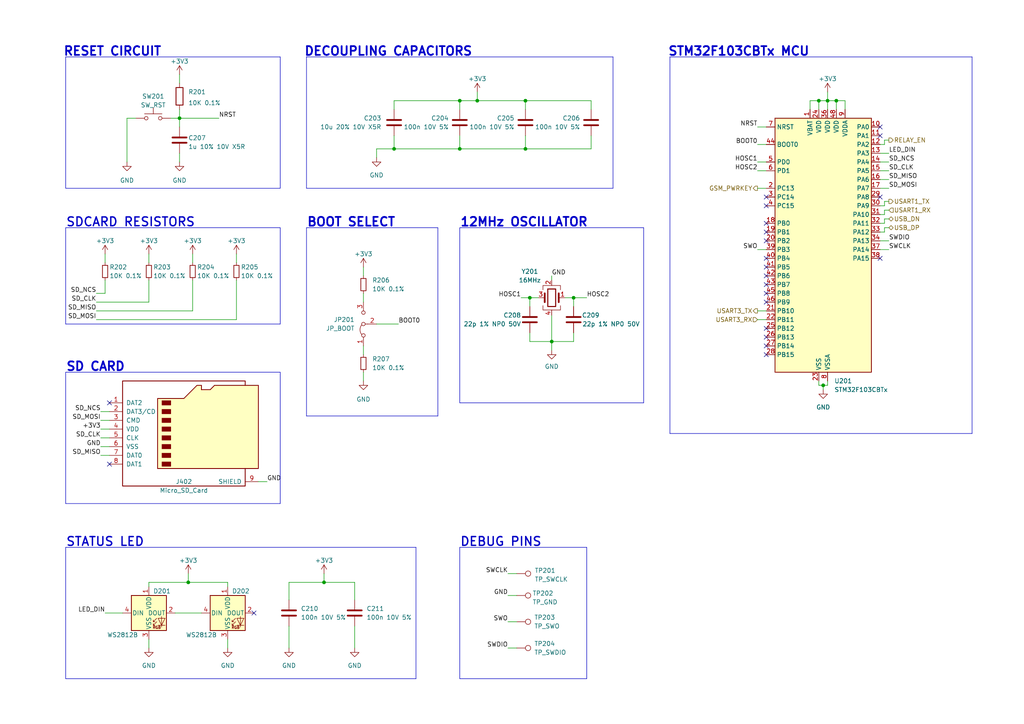
<source format=kicad_sch>
(kicad_sch (version 20230121) (generator eeschema)

  (uuid 7563ff28-8899-4983-a126-d8b275d23eba)

  (paper "A4")

  (title_block
    (title "GeoLock")
    (date "2023-06-28")
    (rev "1.1")
    (company "sudo-junkie")
  )

  (lib_symbols
    (symbol "Connector:Micro_SD_Card" (pin_names (offset 1.016)) (in_bom yes) (on_board yes)
      (property "Reference" "J" (at -16.51 15.24 0)
        (effects (font (size 1.27 1.27)))
      )
      (property "Value" "Micro_SD_Card" (at 16.51 15.24 0)
        (effects (font (size 1.27 1.27)) (justify right))
      )
      (property "Footprint" "" (at 29.21 7.62 0)
        (effects (font (size 1.27 1.27)) hide)
      )
      (property "Datasheet" "http://katalog.we-online.de/em/datasheet/693072010801.pdf" (at 0 0 0)
        (effects (font (size 1.27 1.27)) hide)
      )
      (property "ki_keywords" "connector SD microsd" (at 0 0 0)
        (effects (font (size 1.27 1.27)) hide)
      )
      (property "ki_description" "Micro SD Card Socket" (at 0 0 0)
        (effects (font (size 1.27 1.27)) hide)
      )
      (property "ki_fp_filters" "microSD*" (at 0 0 0)
        (effects (font (size 1.27 1.27)) hide)
      )
      (symbol "Micro_SD_Card_0_1"
        (rectangle (start -7.62 -9.525) (end -5.08 -10.795)
          (stroke (width 0) (type default))
          (fill (type outline))
        )
        (rectangle (start -7.62 -6.985) (end -5.08 -8.255)
          (stroke (width 0) (type default))
          (fill (type outline))
        )
        (rectangle (start -7.62 -4.445) (end -5.08 -5.715)
          (stroke (width 0) (type default))
          (fill (type outline))
        )
        (rectangle (start -7.62 -1.905) (end -5.08 -3.175)
          (stroke (width 0) (type default))
          (fill (type outline))
        )
        (rectangle (start -7.62 0.635) (end -5.08 -0.635)
          (stroke (width 0) (type default))
          (fill (type outline))
        )
        (rectangle (start -7.62 3.175) (end -5.08 1.905)
          (stroke (width 0) (type default))
          (fill (type outline))
        )
        (rectangle (start -7.62 5.715) (end -5.08 4.445)
          (stroke (width 0) (type default))
          (fill (type outline))
        )
        (rectangle (start -7.62 8.255) (end -5.08 6.985)
          (stroke (width 0) (type default))
          (fill (type outline))
        )
        (polyline
          (pts
            (xy 16.51 12.7)
            (xy 16.51 13.97)
            (xy -19.05 13.97)
            (xy -19.05 -16.51)
            (xy 16.51 -16.51)
            (xy 16.51 -11.43)
          )
          (stroke (width 0.254) (type default))
          (fill (type none))
        )
        (polyline
          (pts
            (xy -8.89 -11.43)
            (xy -8.89 8.89)
            (xy -1.27 8.89)
            (xy 2.54 12.7)
            (xy 3.81 12.7)
            (xy 3.81 11.43)
            (xy 6.35 11.43)
            (xy 7.62 12.7)
            (xy 20.32 12.7)
            (xy 20.32 -11.43)
            (xy -8.89 -11.43)
          )
          (stroke (width 0.254) (type default))
          (fill (type background))
        )
      )
      (symbol "Micro_SD_Card_1_1"
        (pin bidirectional line (at -22.86 7.62 0) (length 3.81)
          (name "DAT2" (effects (font (size 1.27 1.27))))
          (number "1" (effects (font (size 1.27 1.27))))
        )
        (pin bidirectional line (at -22.86 5.08 0) (length 3.81)
          (name "DAT3/CD" (effects (font (size 1.27 1.27))))
          (number "2" (effects (font (size 1.27 1.27))))
        )
        (pin input line (at -22.86 2.54 0) (length 3.81)
          (name "CMD" (effects (font (size 1.27 1.27))))
          (number "3" (effects (font (size 1.27 1.27))))
        )
        (pin power_in line (at -22.86 0 0) (length 3.81)
          (name "VDD" (effects (font (size 1.27 1.27))))
          (number "4" (effects (font (size 1.27 1.27))))
        )
        (pin input line (at -22.86 -2.54 0) (length 3.81)
          (name "CLK" (effects (font (size 1.27 1.27))))
          (number "5" (effects (font (size 1.27 1.27))))
        )
        (pin power_in line (at -22.86 -5.08 0) (length 3.81)
          (name "VSS" (effects (font (size 1.27 1.27))))
          (number "6" (effects (font (size 1.27 1.27))))
        )
        (pin bidirectional line (at -22.86 -7.62 0) (length 3.81)
          (name "DAT0" (effects (font (size 1.27 1.27))))
          (number "7" (effects (font (size 1.27 1.27))))
        )
        (pin bidirectional line (at -22.86 -10.16 0) (length 3.81)
          (name "DAT1" (effects (font (size 1.27 1.27))))
          (number "8" (effects (font (size 1.27 1.27))))
        )
        (pin passive line (at 20.32 -15.24 180) (length 3.81)
          (name "SHIELD" (effects (font (size 1.27 1.27))))
          (number "9" (effects (font (size 1.27 1.27))))
        )
      )
    )
    (symbol "Connector:TestPoint" (pin_numbers hide) (pin_names (offset 0.762) hide) (in_bom yes) (on_board yes)
      (property "Reference" "TP" (at 0 6.858 0)
        (effects (font (size 1.27 1.27)))
      )
      (property "Value" "TestPoint" (at 0 5.08 0)
        (effects (font (size 1.27 1.27)))
      )
      (property "Footprint" "" (at 5.08 0 0)
        (effects (font (size 1.27 1.27)) hide)
      )
      (property "Datasheet" "~" (at 5.08 0 0)
        (effects (font (size 1.27 1.27)) hide)
      )
      (property "ki_keywords" "test point tp" (at 0 0 0)
        (effects (font (size 1.27 1.27)) hide)
      )
      (property "ki_description" "test point" (at 0 0 0)
        (effects (font (size 1.27 1.27)) hide)
      )
      (property "ki_fp_filters" "Pin* Test*" (at 0 0 0)
        (effects (font (size 1.27 1.27)) hide)
      )
      (symbol "TestPoint_0_1"
        (circle (center 0 3.302) (radius 0.762)
          (stroke (width 0) (type default))
          (fill (type none))
        )
      )
      (symbol "TestPoint_1_1"
        (pin passive line (at 0 0 90) (length 2.54)
          (name "1" (effects (font (size 1.27 1.27))))
          (number "1" (effects (font (size 1.27 1.27))))
        )
      )
    )
    (symbol "Device:C" (pin_numbers hide) (pin_names (offset 0.254)) (in_bom yes) (on_board yes)
      (property "Reference" "C" (at 0.635 2.54 0)
        (effects (font (size 1.27 1.27)) (justify left))
      )
      (property "Value" "C" (at 0.635 -2.54 0)
        (effects (font (size 1.27 1.27)) (justify left))
      )
      (property "Footprint" "" (at 0.9652 -3.81 0)
        (effects (font (size 1.27 1.27)) hide)
      )
      (property "Datasheet" "~" (at 0 0 0)
        (effects (font (size 1.27 1.27)) hide)
      )
      (property "ki_keywords" "cap capacitor" (at 0 0 0)
        (effects (font (size 1.27 1.27)) hide)
      )
      (property "ki_description" "Unpolarized capacitor" (at 0 0 0)
        (effects (font (size 1.27 1.27)) hide)
      )
      (property "ki_fp_filters" "C_*" (at 0 0 0)
        (effects (font (size 1.27 1.27)) hide)
      )
      (symbol "C_0_1"
        (polyline
          (pts
            (xy -2.032 -0.762)
            (xy 2.032 -0.762)
          )
          (stroke (width 0.508) (type default))
          (fill (type none))
        )
        (polyline
          (pts
            (xy -2.032 0.762)
            (xy 2.032 0.762)
          )
          (stroke (width 0.508) (type default))
          (fill (type none))
        )
      )
      (symbol "C_1_1"
        (pin passive line (at 0 3.81 270) (length 2.794)
          (name "~" (effects (font (size 1.27 1.27))))
          (number "1" (effects (font (size 1.27 1.27))))
        )
        (pin passive line (at 0 -3.81 90) (length 2.794)
          (name "~" (effects (font (size 1.27 1.27))))
          (number "2" (effects (font (size 1.27 1.27))))
        )
      )
    )
    (symbol "Device:Crystal_GND24" (pin_names (offset 1.016) hide) (in_bom yes) (on_board yes)
      (property "Reference" "Y" (at 3.175 5.08 0)
        (effects (font (size 1.27 1.27)) (justify left))
      )
      (property "Value" "Crystal_GND24" (at 3.175 3.175 0)
        (effects (font (size 1.27 1.27)) (justify left))
      )
      (property "Footprint" "" (at 0 0 0)
        (effects (font (size 1.27 1.27)) hide)
      )
      (property "Datasheet" "~" (at 0 0 0)
        (effects (font (size 1.27 1.27)) hide)
      )
      (property "ki_keywords" "quartz ceramic resonator oscillator" (at 0 0 0)
        (effects (font (size 1.27 1.27)) hide)
      )
      (property "ki_description" "Four pin crystal, GND on pins 2 and 4" (at 0 0 0)
        (effects (font (size 1.27 1.27)) hide)
      )
      (property "ki_fp_filters" "Crystal*" (at 0 0 0)
        (effects (font (size 1.27 1.27)) hide)
      )
      (symbol "Crystal_GND24_0_1"
        (rectangle (start -1.143 2.54) (end 1.143 -2.54)
          (stroke (width 0.3048) (type default))
          (fill (type none))
        )
        (polyline
          (pts
            (xy -2.54 0)
            (xy -2.032 0)
          )
          (stroke (width 0) (type default))
          (fill (type none))
        )
        (polyline
          (pts
            (xy -2.032 -1.27)
            (xy -2.032 1.27)
          )
          (stroke (width 0.508) (type default))
          (fill (type none))
        )
        (polyline
          (pts
            (xy 0 -3.81)
            (xy 0 -3.556)
          )
          (stroke (width 0) (type default))
          (fill (type none))
        )
        (polyline
          (pts
            (xy 0 3.556)
            (xy 0 3.81)
          )
          (stroke (width 0) (type default))
          (fill (type none))
        )
        (polyline
          (pts
            (xy 2.032 -1.27)
            (xy 2.032 1.27)
          )
          (stroke (width 0.508) (type default))
          (fill (type none))
        )
        (polyline
          (pts
            (xy 2.032 0)
            (xy 2.54 0)
          )
          (stroke (width 0) (type default))
          (fill (type none))
        )
        (polyline
          (pts
            (xy -2.54 -2.286)
            (xy -2.54 -3.556)
            (xy 2.54 -3.556)
            (xy 2.54 -2.286)
          )
          (stroke (width 0) (type default))
          (fill (type none))
        )
        (polyline
          (pts
            (xy -2.54 2.286)
            (xy -2.54 3.556)
            (xy 2.54 3.556)
            (xy 2.54 2.286)
          )
          (stroke (width 0) (type default))
          (fill (type none))
        )
      )
      (symbol "Crystal_GND24_1_1"
        (pin passive line (at -3.81 0 0) (length 1.27)
          (name "1" (effects (font (size 1.27 1.27))))
          (number "1" (effects (font (size 1.27 1.27))))
        )
        (pin passive line (at 0 5.08 270) (length 1.27)
          (name "2" (effects (font (size 1.27 1.27))))
          (number "2" (effects (font (size 1.27 1.27))))
        )
        (pin passive line (at 3.81 0 180) (length 1.27)
          (name "3" (effects (font (size 1.27 1.27))))
          (number "3" (effects (font (size 1.27 1.27))))
        )
        (pin passive line (at 0 -5.08 90) (length 1.27)
          (name "4" (effects (font (size 1.27 1.27))))
          (number "4" (effects (font (size 1.27 1.27))))
        )
      )
    )
    (symbol "Device:R" (pin_numbers hide) (pin_names (offset 0)) (in_bom yes) (on_board yes)
      (property "Reference" "R" (at 2.032 0 90)
        (effects (font (size 1.27 1.27)))
      )
      (property "Value" "R" (at 0 0 90)
        (effects (font (size 1.27 1.27)))
      )
      (property "Footprint" "" (at -1.778 0 90)
        (effects (font (size 1.27 1.27)) hide)
      )
      (property "Datasheet" "~" (at 0 0 0)
        (effects (font (size 1.27 1.27)) hide)
      )
      (property "ki_keywords" "R res resistor" (at 0 0 0)
        (effects (font (size 1.27 1.27)) hide)
      )
      (property "ki_description" "Resistor" (at 0 0 0)
        (effects (font (size 1.27 1.27)) hide)
      )
      (property "ki_fp_filters" "R_*" (at 0 0 0)
        (effects (font (size 1.27 1.27)) hide)
      )
      (symbol "R_0_1"
        (rectangle (start -1.016 -2.54) (end 1.016 2.54)
          (stroke (width 0.254) (type default))
          (fill (type none))
        )
      )
      (symbol "R_1_1"
        (pin passive line (at 0 3.81 270) (length 1.27)
          (name "~" (effects (font (size 1.27 1.27))))
          (number "1" (effects (font (size 1.27 1.27))))
        )
        (pin passive line (at 0 -3.81 90) (length 1.27)
          (name "~" (effects (font (size 1.27 1.27))))
          (number "2" (effects (font (size 1.27 1.27))))
        )
      )
    )
    (symbol "Device:R_Small" (pin_numbers hide) (pin_names (offset 0.254) hide) (in_bom yes) (on_board yes)
      (property "Reference" "R" (at 0.762 0.508 0)
        (effects (font (size 1.27 1.27)) (justify left))
      )
      (property "Value" "R_Small" (at 0.762 -1.016 0)
        (effects (font (size 1.27 1.27)) (justify left))
      )
      (property "Footprint" "" (at 0 0 0)
        (effects (font (size 1.27 1.27)) hide)
      )
      (property "Datasheet" "~" (at 0 0 0)
        (effects (font (size 1.27 1.27)) hide)
      )
      (property "ki_keywords" "R resistor" (at 0 0 0)
        (effects (font (size 1.27 1.27)) hide)
      )
      (property "ki_description" "Resistor, small symbol" (at 0 0 0)
        (effects (font (size 1.27 1.27)) hide)
      )
      (property "ki_fp_filters" "R_*" (at 0 0 0)
        (effects (font (size 1.27 1.27)) hide)
      )
      (symbol "R_Small_0_1"
        (rectangle (start -0.762 1.778) (end 0.762 -1.778)
          (stroke (width 0.2032) (type default))
          (fill (type none))
        )
      )
      (symbol "R_Small_1_1"
        (pin passive line (at 0 2.54 270) (length 0.762)
          (name "~" (effects (font (size 1.27 1.27))))
          (number "1" (effects (font (size 1.27 1.27))))
        )
        (pin passive line (at 0 -2.54 90) (length 0.762)
          (name "~" (effects (font (size 1.27 1.27))))
          (number "2" (effects (font (size 1.27 1.27))))
        )
      )
    )
    (symbol "Jumper:Jumper_3_Bridged12" (pin_names (offset 0) hide) (in_bom yes) (on_board yes)
      (property "Reference" "JP" (at -2.54 -2.54 0)
        (effects (font (size 1.27 1.27)))
      )
      (property "Value" "Jumper_3_Bridged12" (at 0 2.794 0)
        (effects (font (size 1.27 1.27)))
      )
      (property "Footprint" "" (at 0 0 0)
        (effects (font (size 1.27 1.27)) hide)
      )
      (property "Datasheet" "~" (at 0 0 0)
        (effects (font (size 1.27 1.27)) hide)
      )
      (property "ki_keywords" "Jumper SPDT" (at 0 0 0)
        (effects (font (size 1.27 1.27)) hide)
      )
      (property "ki_description" "Jumper, 3-pole, pins 1+2 closed/bridged" (at 0 0 0)
        (effects (font (size 1.27 1.27)) hide)
      )
      (property "ki_fp_filters" "Jumper* TestPoint*3Pads* TestPoint*Bridge*" (at 0 0 0)
        (effects (font (size 1.27 1.27)) hide)
      )
      (symbol "Jumper_3_Bridged12_0_0"
        (circle (center -3.302 0) (radius 0.508)
          (stroke (width 0) (type default))
          (fill (type none))
        )
        (circle (center 0 0) (radius 0.508)
          (stroke (width 0) (type default))
          (fill (type none))
        )
        (circle (center 3.302 0) (radius 0.508)
          (stroke (width 0) (type default))
          (fill (type none))
        )
      )
      (symbol "Jumper_3_Bridged12_0_1"
        (arc (start -0.254 0.508) (mid -1.651 0.9912) (end -3.048 0.508)
          (stroke (width 0) (type default))
          (fill (type none))
        )
        (polyline
          (pts
            (xy 0 -1.27)
            (xy 0 -0.508)
          )
          (stroke (width 0) (type default))
          (fill (type none))
        )
      )
      (symbol "Jumper_3_Bridged12_1_1"
        (pin passive line (at -6.35 0 0) (length 2.54)
          (name "A" (effects (font (size 1.27 1.27))))
          (number "1" (effects (font (size 1.27 1.27))))
        )
        (pin passive line (at 0 -3.81 90) (length 2.54)
          (name "C" (effects (font (size 1.27 1.27))))
          (number "2" (effects (font (size 1.27 1.27))))
        )
        (pin passive line (at 6.35 0 180) (length 2.54)
          (name "B" (effects (font (size 1.27 1.27))))
          (number "3" (effects (font (size 1.27 1.27))))
        )
      )
    )
    (symbol "LED:WS2812B" (pin_names (offset 0.254)) (in_bom yes) (on_board yes)
      (property "Reference" "D" (at 5.08 5.715 0)
        (effects (font (size 1.27 1.27)) (justify right bottom))
      )
      (property "Value" "WS2812B" (at 1.27 -5.715 0)
        (effects (font (size 1.27 1.27)) (justify left top))
      )
      (property "Footprint" "LED_SMD:LED_WS2812B_PLCC4_5.0x5.0mm_P3.2mm" (at 1.27 -7.62 0)
        (effects (font (size 1.27 1.27)) (justify left top) hide)
      )
      (property "Datasheet" "https://cdn-shop.adafruit.com/datasheets/WS2812B.pdf" (at 2.54 -9.525 0)
        (effects (font (size 1.27 1.27)) (justify left top) hide)
      )
      (property "ki_keywords" "RGB LED NeoPixel addressable" (at 0 0 0)
        (effects (font (size 1.27 1.27)) hide)
      )
      (property "ki_description" "RGB LED with integrated controller" (at 0 0 0)
        (effects (font (size 1.27 1.27)) hide)
      )
      (property "ki_fp_filters" "LED*WS2812*PLCC*5.0x5.0mm*P3.2mm*" (at 0 0 0)
        (effects (font (size 1.27 1.27)) hide)
      )
      (symbol "WS2812B_0_0"
        (text "RGB" (at 2.286 -4.191 0)
          (effects (font (size 0.762 0.762)))
        )
      )
      (symbol "WS2812B_0_1"
        (polyline
          (pts
            (xy 1.27 -3.556)
            (xy 1.778 -3.556)
          )
          (stroke (width 0) (type default))
          (fill (type none))
        )
        (polyline
          (pts
            (xy 1.27 -2.54)
            (xy 1.778 -2.54)
          )
          (stroke (width 0) (type default))
          (fill (type none))
        )
        (polyline
          (pts
            (xy 4.699 -3.556)
            (xy 2.667 -3.556)
          )
          (stroke (width 0) (type default))
          (fill (type none))
        )
        (polyline
          (pts
            (xy 2.286 -2.54)
            (xy 1.27 -3.556)
            (xy 1.27 -3.048)
          )
          (stroke (width 0) (type default))
          (fill (type none))
        )
        (polyline
          (pts
            (xy 2.286 -1.524)
            (xy 1.27 -2.54)
            (xy 1.27 -2.032)
          )
          (stroke (width 0) (type default))
          (fill (type none))
        )
        (polyline
          (pts
            (xy 3.683 -1.016)
            (xy 3.683 -3.556)
            (xy 3.683 -4.064)
          )
          (stroke (width 0) (type default))
          (fill (type none))
        )
        (polyline
          (pts
            (xy 4.699 -1.524)
            (xy 2.667 -1.524)
            (xy 3.683 -3.556)
            (xy 4.699 -1.524)
          )
          (stroke (width 0) (type default))
          (fill (type none))
        )
        (rectangle (start 5.08 5.08) (end -5.08 -5.08)
          (stroke (width 0.254) (type default))
          (fill (type background))
        )
      )
      (symbol "WS2812B_1_1"
        (pin power_in line (at 0 7.62 270) (length 2.54)
          (name "VDD" (effects (font (size 1.27 1.27))))
          (number "1" (effects (font (size 1.27 1.27))))
        )
        (pin output line (at 7.62 0 180) (length 2.54)
          (name "DOUT" (effects (font (size 1.27 1.27))))
          (number "2" (effects (font (size 1.27 1.27))))
        )
        (pin power_in line (at 0 -7.62 90) (length 2.54)
          (name "VSS" (effects (font (size 1.27 1.27))))
          (number "3" (effects (font (size 1.27 1.27))))
        )
        (pin input line (at -7.62 0 0) (length 2.54)
          (name "DIN" (effects (font (size 1.27 1.27))))
          (number "4" (effects (font (size 1.27 1.27))))
        )
      )
    )
    (symbol "MCU_ST_STM32F1:STM32F103CBTx" (in_bom yes) (on_board yes)
      (property "Reference" "U" (at -12.7 39.37 0)
        (effects (font (size 1.27 1.27)) (justify left))
      )
      (property "Value" "STM32F103CBTx" (at 10.16 39.37 0)
        (effects (font (size 1.27 1.27)) (justify left))
      )
      (property "Footprint" "Package_QFP:LQFP-48_7x7mm_P0.5mm" (at -12.7 -35.56 0)
        (effects (font (size 1.27 1.27)) (justify right) hide)
      )
      (property "Datasheet" "https://www.st.com/resource/en/datasheet/stm32f103cb.pdf" (at 0 0 0)
        (effects (font (size 1.27 1.27)) hide)
      )
      (property "ki_locked" "" (at 0 0 0)
        (effects (font (size 1.27 1.27)))
      )
      (property "ki_keywords" "Arm Cortex-M3 STM32F1 STM32F103" (at 0 0 0)
        (effects (font (size 1.27 1.27)) hide)
      )
      (property "ki_description" "STMicroelectronics Arm Cortex-M3 MCU, 128KB flash, 20KB RAM, 72 MHz, 2.0-3.6V, 37 GPIO, LQFP48" (at 0 0 0)
        (effects (font (size 1.27 1.27)) hide)
      )
      (property "ki_fp_filters" "LQFP*7x7mm*P0.5mm*" (at 0 0 0)
        (effects (font (size 1.27 1.27)) hide)
      )
      (symbol "STM32F103CBTx_0_1"
        (rectangle (start -12.7 -35.56) (end 15.24 38.1)
          (stroke (width 0.254) (type default))
          (fill (type background))
        )
      )
      (symbol "STM32F103CBTx_1_1"
        (pin power_in line (at -2.54 40.64 270) (length 2.54)
          (name "VBAT" (effects (font (size 1.27 1.27))))
          (number "1" (effects (font (size 1.27 1.27))))
        )
        (pin bidirectional line (at 17.78 35.56 180) (length 2.54)
          (name "PA0" (effects (font (size 1.27 1.27))))
          (number "10" (effects (font (size 1.27 1.27))))
          (alternate "ADC1_IN0" bidirectional line)
          (alternate "ADC2_IN0" bidirectional line)
          (alternate "SYS_WKUP" bidirectional line)
          (alternate "TIM2_CH1" bidirectional line)
          (alternate "TIM2_ETR" bidirectional line)
          (alternate "USART2_CTS" bidirectional line)
        )
        (pin bidirectional line (at 17.78 33.02 180) (length 2.54)
          (name "PA1" (effects (font (size 1.27 1.27))))
          (number "11" (effects (font (size 1.27 1.27))))
          (alternate "ADC1_IN1" bidirectional line)
          (alternate "ADC2_IN1" bidirectional line)
          (alternate "TIM2_CH2" bidirectional line)
          (alternate "USART2_RTS" bidirectional line)
        )
        (pin bidirectional line (at 17.78 30.48 180) (length 2.54)
          (name "PA2" (effects (font (size 1.27 1.27))))
          (number "12" (effects (font (size 1.27 1.27))))
          (alternate "ADC1_IN2" bidirectional line)
          (alternate "ADC2_IN2" bidirectional line)
          (alternate "TIM2_CH3" bidirectional line)
          (alternate "USART2_TX" bidirectional line)
        )
        (pin bidirectional line (at 17.78 27.94 180) (length 2.54)
          (name "PA3" (effects (font (size 1.27 1.27))))
          (number "13" (effects (font (size 1.27 1.27))))
          (alternate "ADC1_IN3" bidirectional line)
          (alternate "ADC2_IN3" bidirectional line)
          (alternate "TIM2_CH4" bidirectional line)
          (alternate "USART2_RX" bidirectional line)
        )
        (pin bidirectional line (at 17.78 25.4 180) (length 2.54)
          (name "PA4" (effects (font (size 1.27 1.27))))
          (number "14" (effects (font (size 1.27 1.27))))
          (alternate "ADC1_IN4" bidirectional line)
          (alternate "ADC2_IN4" bidirectional line)
          (alternate "SPI1_NSS" bidirectional line)
          (alternate "USART2_CK" bidirectional line)
        )
        (pin bidirectional line (at 17.78 22.86 180) (length 2.54)
          (name "PA5" (effects (font (size 1.27 1.27))))
          (number "15" (effects (font (size 1.27 1.27))))
          (alternate "ADC1_IN5" bidirectional line)
          (alternate "ADC2_IN5" bidirectional line)
          (alternate "SPI1_SCK" bidirectional line)
        )
        (pin bidirectional line (at 17.78 20.32 180) (length 2.54)
          (name "PA6" (effects (font (size 1.27 1.27))))
          (number "16" (effects (font (size 1.27 1.27))))
          (alternate "ADC1_IN6" bidirectional line)
          (alternate "ADC2_IN6" bidirectional line)
          (alternate "SPI1_MISO" bidirectional line)
          (alternate "TIM1_BKIN" bidirectional line)
          (alternate "TIM3_CH1" bidirectional line)
        )
        (pin bidirectional line (at 17.78 17.78 180) (length 2.54)
          (name "PA7" (effects (font (size 1.27 1.27))))
          (number "17" (effects (font (size 1.27 1.27))))
          (alternate "ADC1_IN7" bidirectional line)
          (alternate "ADC2_IN7" bidirectional line)
          (alternate "SPI1_MOSI" bidirectional line)
          (alternate "TIM1_CH1N" bidirectional line)
          (alternate "TIM3_CH2" bidirectional line)
        )
        (pin bidirectional line (at -15.24 7.62 0) (length 2.54)
          (name "PB0" (effects (font (size 1.27 1.27))))
          (number "18" (effects (font (size 1.27 1.27))))
          (alternate "ADC1_IN8" bidirectional line)
          (alternate "ADC2_IN8" bidirectional line)
          (alternate "TIM1_CH2N" bidirectional line)
          (alternate "TIM3_CH3" bidirectional line)
        )
        (pin bidirectional line (at -15.24 5.08 0) (length 2.54)
          (name "PB1" (effects (font (size 1.27 1.27))))
          (number "19" (effects (font (size 1.27 1.27))))
          (alternate "ADC1_IN9" bidirectional line)
          (alternate "ADC2_IN9" bidirectional line)
          (alternate "TIM1_CH3N" bidirectional line)
          (alternate "TIM3_CH4" bidirectional line)
        )
        (pin bidirectional line (at -15.24 17.78 0) (length 2.54)
          (name "PC13" (effects (font (size 1.27 1.27))))
          (number "2" (effects (font (size 1.27 1.27))))
          (alternate "RTC_OUT" bidirectional line)
          (alternate "RTC_TAMPER" bidirectional line)
        )
        (pin bidirectional line (at -15.24 2.54 0) (length 2.54)
          (name "PB2" (effects (font (size 1.27 1.27))))
          (number "20" (effects (font (size 1.27 1.27))))
        )
        (pin bidirectional line (at -15.24 -17.78 0) (length 2.54)
          (name "PB10" (effects (font (size 1.27 1.27))))
          (number "21" (effects (font (size 1.27 1.27))))
          (alternate "I2C2_SCL" bidirectional line)
          (alternate "TIM2_CH3" bidirectional line)
          (alternate "USART3_TX" bidirectional line)
        )
        (pin bidirectional line (at -15.24 -20.32 0) (length 2.54)
          (name "PB11" (effects (font (size 1.27 1.27))))
          (number "22" (effects (font (size 1.27 1.27))))
          (alternate "ADC1_EXTI11" bidirectional line)
          (alternate "ADC2_EXTI11" bidirectional line)
          (alternate "I2C2_SDA" bidirectional line)
          (alternate "TIM2_CH4" bidirectional line)
          (alternate "USART3_RX" bidirectional line)
        )
        (pin power_in line (at 0 -38.1 90) (length 2.54)
          (name "VSS" (effects (font (size 1.27 1.27))))
          (number "23" (effects (font (size 1.27 1.27))))
        )
        (pin power_in line (at 0 40.64 270) (length 2.54)
          (name "VDD" (effects (font (size 1.27 1.27))))
          (number "24" (effects (font (size 1.27 1.27))))
        )
        (pin bidirectional line (at -15.24 -22.86 0) (length 2.54)
          (name "PB12" (effects (font (size 1.27 1.27))))
          (number "25" (effects (font (size 1.27 1.27))))
          (alternate "I2C2_SMBA" bidirectional line)
          (alternate "SPI2_NSS" bidirectional line)
          (alternate "TIM1_BKIN" bidirectional line)
          (alternate "USART3_CK" bidirectional line)
        )
        (pin bidirectional line (at -15.24 -25.4 0) (length 2.54)
          (name "PB13" (effects (font (size 1.27 1.27))))
          (number "26" (effects (font (size 1.27 1.27))))
          (alternate "SPI2_SCK" bidirectional line)
          (alternate "TIM1_CH1N" bidirectional line)
          (alternate "USART3_CTS" bidirectional line)
        )
        (pin bidirectional line (at -15.24 -27.94 0) (length 2.54)
          (name "PB14" (effects (font (size 1.27 1.27))))
          (number "27" (effects (font (size 1.27 1.27))))
          (alternate "SPI2_MISO" bidirectional line)
          (alternate "TIM1_CH2N" bidirectional line)
          (alternate "USART3_RTS" bidirectional line)
        )
        (pin bidirectional line (at -15.24 -30.48 0) (length 2.54)
          (name "PB15" (effects (font (size 1.27 1.27))))
          (number "28" (effects (font (size 1.27 1.27))))
          (alternate "ADC1_EXTI15" bidirectional line)
          (alternate "ADC2_EXTI15" bidirectional line)
          (alternate "SPI2_MOSI" bidirectional line)
          (alternate "TIM1_CH3N" bidirectional line)
        )
        (pin bidirectional line (at 17.78 15.24 180) (length 2.54)
          (name "PA8" (effects (font (size 1.27 1.27))))
          (number "29" (effects (font (size 1.27 1.27))))
          (alternate "RCC_MCO" bidirectional line)
          (alternate "TIM1_CH1" bidirectional line)
          (alternate "USART1_CK" bidirectional line)
        )
        (pin bidirectional line (at -15.24 15.24 0) (length 2.54)
          (name "PC14" (effects (font (size 1.27 1.27))))
          (number "3" (effects (font (size 1.27 1.27))))
          (alternate "RCC_OSC32_IN" bidirectional line)
        )
        (pin bidirectional line (at 17.78 12.7 180) (length 2.54)
          (name "PA9" (effects (font (size 1.27 1.27))))
          (number "30" (effects (font (size 1.27 1.27))))
          (alternate "TIM1_CH2" bidirectional line)
          (alternate "USART1_TX" bidirectional line)
        )
        (pin bidirectional line (at 17.78 10.16 180) (length 2.54)
          (name "PA10" (effects (font (size 1.27 1.27))))
          (number "31" (effects (font (size 1.27 1.27))))
          (alternate "TIM1_CH3" bidirectional line)
          (alternate "USART1_RX" bidirectional line)
        )
        (pin bidirectional line (at 17.78 7.62 180) (length 2.54)
          (name "PA11" (effects (font (size 1.27 1.27))))
          (number "32" (effects (font (size 1.27 1.27))))
          (alternate "ADC1_EXTI11" bidirectional line)
          (alternate "ADC2_EXTI11" bidirectional line)
          (alternate "CAN_RX" bidirectional line)
          (alternate "TIM1_CH4" bidirectional line)
          (alternate "USART1_CTS" bidirectional line)
          (alternate "USB_DM" bidirectional line)
        )
        (pin bidirectional line (at 17.78 5.08 180) (length 2.54)
          (name "PA12" (effects (font (size 1.27 1.27))))
          (number "33" (effects (font (size 1.27 1.27))))
          (alternate "CAN_TX" bidirectional line)
          (alternate "TIM1_ETR" bidirectional line)
          (alternate "USART1_RTS" bidirectional line)
          (alternate "USB_DP" bidirectional line)
        )
        (pin bidirectional line (at 17.78 2.54 180) (length 2.54)
          (name "PA13" (effects (font (size 1.27 1.27))))
          (number "34" (effects (font (size 1.27 1.27))))
          (alternate "SYS_JTMS-SWDIO" bidirectional line)
        )
        (pin passive line (at 0 -38.1 90) (length 2.54) hide
          (name "VSS" (effects (font (size 1.27 1.27))))
          (number "35" (effects (font (size 1.27 1.27))))
        )
        (pin power_in line (at 2.54 40.64 270) (length 2.54)
          (name "VDD" (effects (font (size 1.27 1.27))))
          (number "36" (effects (font (size 1.27 1.27))))
        )
        (pin bidirectional line (at 17.78 0 180) (length 2.54)
          (name "PA14" (effects (font (size 1.27 1.27))))
          (number "37" (effects (font (size 1.27 1.27))))
          (alternate "SYS_JTCK-SWCLK" bidirectional line)
        )
        (pin bidirectional line (at 17.78 -2.54 180) (length 2.54)
          (name "PA15" (effects (font (size 1.27 1.27))))
          (number "38" (effects (font (size 1.27 1.27))))
          (alternate "ADC1_EXTI15" bidirectional line)
          (alternate "ADC2_EXTI15" bidirectional line)
          (alternate "SPI1_NSS" bidirectional line)
          (alternate "SYS_JTDI" bidirectional line)
          (alternate "TIM2_CH1" bidirectional line)
          (alternate "TIM2_ETR" bidirectional line)
        )
        (pin bidirectional line (at -15.24 0 0) (length 2.54)
          (name "PB3" (effects (font (size 1.27 1.27))))
          (number "39" (effects (font (size 1.27 1.27))))
          (alternate "SPI1_SCK" bidirectional line)
          (alternate "SYS_JTDO-TRACESWO" bidirectional line)
          (alternate "TIM2_CH2" bidirectional line)
        )
        (pin bidirectional line (at -15.24 12.7 0) (length 2.54)
          (name "PC15" (effects (font (size 1.27 1.27))))
          (number "4" (effects (font (size 1.27 1.27))))
          (alternate "ADC1_EXTI15" bidirectional line)
          (alternate "ADC2_EXTI15" bidirectional line)
          (alternate "RCC_OSC32_OUT" bidirectional line)
        )
        (pin bidirectional line (at -15.24 -2.54 0) (length 2.54)
          (name "PB4" (effects (font (size 1.27 1.27))))
          (number "40" (effects (font (size 1.27 1.27))))
          (alternate "SPI1_MISO" bidirectional line)
          (alternate "SYS_NJTRST" bidirectional line)
          (alternate "TIM3_CH1" bidirectional line)
        )
        (pin bidirectional line (at -15.24 -5.08 0) (length 2.54)
          (name "PB5" (effects (font (size 1.27 1.27))))
          (number "41" (effects (font (size 1.27 1.27))))
          (alternate "I2C1_SMBA" bidirectional line)
          (alternate "SPI1_MOSI" bidirectional line)
          (alternate "TIM3_CH2" bidirectional line)
        )
        (pin bidirectional line (at -15.24 -7.62 0) (length 2.54)
          (name "PB6" (effects (font (size 1.27 1.27))))
          (number "42" (effects (font (size 1.27 1.27))))
          (alternate "I2C1_SCL" bidirectional line)
          (alternate "TIM4_CH1" bidirectional line)
          (alternate "USART1_TX" bidirectional line)
        )
        (pin bidirectional line (at -15.24 -10.16 0) (length 2.54)
          (name "PB7" (effects (font (size 1.27 1.27))))
          (number "43" (effects (font (size 1.27 1.27))))
          (alternate "I2C1_SDA" bidirectional line)
          (alternate "TIM4_CH2" bidirectional line)
          (alternate "USART1_RX" bidirectional line)
        )
        (pin input line (at -15.24 30.48 0) (length 2.54)
          (name "BOOT0" (effects (font (size 1.27 1.27))))
          (number "44" (effects (font (size 1.27 1.27))))
        )
        (pin bidirectional line (at -15.24 -12.7 0) (length 2.54)
          (name "PB8" (effects (font (size 1.27 1.27))))
          (number "45" (effects (font (size 1.27 1.27))))
          (alternate "CAN_RX" bidirectional line)
          (alternate "I2C1_SCL" bidirectional line)
          (alternate "TIM4_CH3" bidirectional line)
        )
        (pin bidirectional line (at -15.24 -15.24 0) (length 2.54)
          (name "PB9" (effects (font (size 1.27 1.27))))
          (number "46" (effects (font (size 1.27 1.27))))
          (alternate "CAN_TX" bidirectional line)
          (alternate "I2C1_SDA" bidirectional line)
          (alternate "TIM4_CH4" bidirectional line)
        )
        (pin passive line (at 0 -38.1 90) (length 2.54) hide
          (name "VSS" (effects (font (size 1.27 1.27))))
          (number "47" (effects (font (size 1.27 1.27))))
        )
        (pin power_in line (at 5.08 40.64 270) (length 2.54)
          (name "VDD" (effects (font (size 1.27 1.27))))
          (number "48" (effects (font (size 1.27 1.27))))
        )
        (pin bidirectional line (at -15.24 25.4 0) (length 2.54)
          (name "PD0" (effects (font (size 1.27 1.27))))
          (number "5" (effects (font (size 1.27 1.27))))
          (alternate "RCC_OSC_IN" bidirectional line)
        )
        (pin bidirectional line (at -15.24 22.86 0) (length 2.54)
          (name "PD1" (effects (font (size 1.27 1.27))))
          (number "6" (effects (font (size 1.27 1.27))))
          (alternate "RCC_OSC_OUT" bidirectional line)
        )
        (pin input line (at -15.24 35.56 0) (length 2.54)
          (name "NRST" (effects (font (size 1.27 1.27))))
          (number "7" (effects (font (size 1.27 1.27))))
        )
        (pin power_in line (at 2.54 -38.1 90) (length 2.54)
          (name "VSSA" (effects (font (size 1.27 1.27))))
          (number "8" (effects (font (size 1.27 1.27))))
        )
        (pin power_in line (at 7.62 40.64 270) (length 2.54)
          (name "VDDA" (effects (font (size 1.27 1.27))))
          (number "9" (effects (font (size 1.27 1.27))))
        )
      )
    )
    (symbol "Switch:SW_Push" (pin_numbers hide) (pin_names (offset 1.016) hide) (in_bom yes) (on_board yes)
      (property "Reference" "SW" (at 1.27 2.54 0)
        (effects (font (size 1.27 1.27)) (justify left))
      )
      (property "Value" "SW_Push" (at 0 -1.524 0)
        (effects (font (size 1.27 1.27)))
      )
      (property "Footprint" "" (at 0 5.08 0)
        (effects (font (size 1.27 1.27)) hide)
      )
      (property "Datasheet" "~" (at 0 5.08 0)
        (effects (font (size 1.27 1.27)) hide)
      )
      (property "ki_keywords" "switch normally-open pushbutton push-button" (at 0 0 0)
        (effects (font (size 1.27 1.27)) hide)
      )
      (property "ki_description" "Push button switch, generic, two pins" (at 0 0 0)
        (effects (font (size 1.27 1.27)) hide)
      )
      (symbol "SW_Push_0_1"
        (circle (center -2.032 0) (radius 0.508)
          (stroke (width 0) (type default))
          (fill (type none))
        )
        (polyline
          (pts
            (xy 0 1.27)
            (xy 0 3.048)
          )
          (stroke (width 0) (type default))
          (fill (type none))
        )
        (polyline
          (pts
            (xy 2.54 1.27)
            (xy -2.54 1.27)
          )
          (stroke (width 0) (type default))
          (fill (type none))
        )
        (circle (center 2.032 0) (radius 0.508)
          (stroke (width 0) (type default))
          (fill (type none))
        )
        (pin passive line (at -5.08 0 0) (length 2.54)
          (name "1" (effects (font (size 1.27 1.27))))
          (number "1" (effects (font (size 1.27 1.27))))
        )
        (pin passive line (at 5.08 0 180) (length 2.54)
          (name "2" (effects (font (size 1.27 1.27))))
          (number "2" (effects (font (size 1.27 1.27))))
        )
      )
    )
    (symbol "power:+3V3" (power) (pin_names (offset 0)) (in_bom yes) (on_board yes)
      (property "Reference" "#PWR" (at 0 -3.81 0)
        (effects (font (size 1.27 1.27)) hide)
      )
      (property "Value" "+3V3" (at 0 3.556 0)
        (effects (font (size 1.27 1.27)))
      )
      (property "Footprint" "" (at 0 0 0)
        (effects (font (size 1.27 1.27)) hide)
      )
      (property "Datasheet" "" (at 0 0 0)
        (effects (font (size 1.27 1.27)) hide)
      )
      (property "ki_keywords" "global power" (at 0 0 0)
        (effects (font (size 1.27 1.27)) hide)
      )
      (property "ki_description" "Power symbol creates a global label with name \"+3V3\"" (at 0 0 0)
        (effects (font (size 1.27 1.27)) hide)
      )
      (symbol "+3V3_0_1"
        (polyline
          (pts
            (xy -0.762 1.27)
            (xy 0 2.54)
          )
          (stroke (width 0) (type default))
          (fill (type none))
        )
        (polyline
          (pts
            (xy 0 0)
            (xy 0 2.54)
          )
          (stroke (width 0) (type default))
          (fill (type none))
        )
        (polyline
          (pts
            (xy 0 2.54)
            (xy 0.762 1.27)
          )
          (stroke (width 0) (type default))
          (fill (type none))
        )
      )
      (symbol "+3V3_1_1"
        (pin power_in line (at 0 0 90) (length 0) hide
          (name "+3V3" (effects (font (size 1.27 1.27))))
          (number "1" (effects (font (size 1.27 1.27))))
        )
      )
    )
    (symbol "power:GND" (power) (pin_names (offset 0)) (in_bom yes) (on_board yes)
      (property "Reference" "#PWR" (at 0 -6.35 0)
        (effects (font (size 1.27 1.27)) hide)
      )
      (property "Value" "GND" (at 0 -3.81 0)
        (effects (font (size 1.27 1.27)))
      )
      (property "Footprint" "" (at 0 0 0)
        (effects (font (size 1.27 1.27)) hide)
      )
      (property "Datasheet" "" (at 0 0 0)
        (effects (font (size 1.27 1.27)) hide)
      )
      (property "ki_keywords" "global power" (at 0 0 0)
        (effects (font (size 1.27 1.27)) hide)
      )
      (property "ki_description" "Power symbol creates a global label with name \"GND\" , ground" (at 0 0 0)
        (effects (font (size 1.27 1.27)) hide)
      )
      (symbol "GND_0_1"
        (polyline
          (pts
            (xy 0 0)
            (xy 0 -1.27)
            (xy 1.27 -1.27)
            (xy 0 -2.54)
            (xy -1.27 -1.27)
            (xy 0 -1.27)
          )
          (stroke (width 0) (type default))
          (fill (type none))
        )
      )
      (symbol "GND_1_1"
        (pin power_in line (at 0 0 270) (length 0) hide
          (name "GND" (effects (font (size 1.27 1.27))))
          (number "1" (effects (font (size 1.27 1.27))))
        )
      )
    )
  )

  (junction (at 152.4 29.21) (diameter 0) (color 0 0 0 0)
    (uuid 0d236ea3-5da3-4d2e-afbb-38552bb642d9)
  )
  (junction (at 52.07 34.29) (diameter 0) (color 0 0 0 0)
    (uuid 1cc02a7e-1f59-4c34-a7b9-259ce4e84aba)
  )
  (junction (at 133.35 43.18) (diameter 0) (color 0 0 0 0)
    (uuid 1ef5a772-a0f5-42d4-917d-b741b92db319)
  )
  (junction (at 54.61 168.91) (diameter 0) (color 0 0 0 0)
    (uuid 581eb45a-213c-4a7c-ae10-1e6261a1ea3c)
  )
  (junction (at 160.02 99.06) (diameter 0) (color 0 0 0 0)
    (uuid 5b55dd92-9b70-4146-a0ea-a1f08a9e16bf)
  )
  (junction (at 114.3 43.18) (diameter 0) (color 0 0 0 0)
    (uuid 5f75ac73-b0e0-46df-96e4-1b306eba9b7b)
  )
  (junction (at 242.57 29.21) (diameter 0) (color 0 0 0 0)
    (uuid 8f768d77-7058-4b06-a984-5fd77082e675)
  )
  (junction (at 138.43 29.21) (diameter 0) (color 0 0 0 0)
    (uuid 9b43a621-1cde-4571-9235-16be8f101c69)
  )
  (junction (at 237.49 29.21) (diameter 0) (color 0 0 0 0)
    (uuid 9d5de02e-7bdd-4e47-a882-42140a99b3d8)
  )
  (junction (at 240.03 29.21) (diameter 0) (color 0 0 0 0)
    (uuid b18bb4ce-5dc7-4472-bd19-3b4a97449815)
  )
  (junction (at 133.35 29.21) (diameter 0) (color 0 0 0 0)
    (uuid bbb3e1f0-5521-4a47-ad6e-55460d46348e)
  )
  (junction (at 166.37 86.36) (diameter 0) (color 0 0 0 0)
    (uuid c4c2d8b7-d670-46a7-a405-4411d5d30aff)
  )
  (junction (at 152.4 43.18) (diameter 0) (color 0 0 0 0)
    (uuid cdf05c31-2055-480b-ba5b-bb31ca31cf79)
  )
  (junction (at 93.98 168.91) (diameter 0) (color 0 0 0 0)
    (uuid e9bf6c01-4e06-4ebe-bfe1-b4c0b7715838)
  )
  (junction (at 153.67 86.36) (diameter 0) (color 0 0 0 0)
    (uuid ea251eb5-a90e-492d-86c3-63d5271dbec7)
  )
  (junction (at 238.76 111.76) (diameter 0) (color 0 0 0 0)
    (uuid ef65a9bb-9c2a-4900-a3f9-3e493ae36b1b)
  )

  (no_connect (at 222.25 69.85) (uuid 009deee4-443d-45bb-bb51-5a652b3fe44a))
  (no_connect (at 222.25 59.69) (uuid 02fc9210-17c4-4d8e-b9fd-2b2d3b6b3790))
  (no_connect (at 255.27 74.93) (uuid 07c6739d-9003-475e-ac4b-b30e997ee157))
  (no_connect (at 222.25 67.31) (uuid 3220597d-7596-414c-9c9a-a57ee721c85f))
  (no_connect (at 73.66 177.8) (uuid 3f6b6c79-ca7d-4704-8f84-994934659e09))
  (no_connect (at 222.25 80.01) (uuid 4638b370-6444-4901-8591-3f3da949c910))
  (no_connect (at 222.25 82.55) (uuid 51cd3581-d2b3-4618-8d36-c17e9e887cdf))
  (no_connect (at 222.25 100.33) (uuid 6bdc224f-d74d-4f5e-886c-4f74fa795570))
  (no_connect (at 31.75 116.84) (uuid 826a0ebc-8793-4e0e-b72b-9e7b9a9c9063))
  (no_connect (at 222.25 87.63) (uuid a269f830-8010-40a3-8b12-02e938a74ce5))
  (no_connect (at 222.25 77.47) (uuid a54e6109-f758-4fce-acbb-3824aeefd465))
  (no_connect (at 222.25 85.09) (uuid b1b91f3b-8c55-41a2-b080-5dce979b07f0))
  (no_connect (at 255.27 57.15) (uuid bb1121e7-8552-4d86-b94b-a5ceb85023d5))
  (no_connect (at 222.25 57.15) (uuid c27597b4-c3a0-457f-a10b-9eac9851daeb))
  (no_connect (at 255.27 39.37) (uuid cda37ccd-2bf5-406d-ac48-48276e9657fb))
  (no_connect (at 222.25 74.93) (uuid d3f8e4f5-342a-429e-9ed4-e9d1849ae90f))
  (no_connect (at 222.25 97.79) (uuid db87a451-702a-49ff-b52a-f4c5f9d086bb))
  (no_connect (at 31.75 134.62) (uuid db9103a7-3f88-4ffb-a497-11066ffb521b))
  (no_connect (at 222.25 102.87) (uuid f7fd58bb-6d60-4eb5-8411-fab042f4489a))
  (no_connect (at 255.27 36.83) (uuid f9c46dba-49b5-4eab-a8d4-838253685b87))
  (no_connect (at 222.25 64.77) (uuid fabd8011-dfcc-42f2-a1b5-1e6f453d8215))
  (no_connect (at 222.25 95.25) (uuid fd112a48-e26c-4d08-8086-0f5c4a72cea6))

  (polyline (pts (xy 127 120.65) (xy 88.9 120.65))
    (stroke (width 0) (type default))
    (uuid 00509a9f-2b34-46d7-89f4-c4f71a2e061b)
  )

  (wire (pts (xy 147.32 172.72) (xy 149.86 172.72))
    (stroke (width 0) (type default))
    (uuid 04dae015-3e8c-400e-b745-e7d66bfdbef3)
  )
  (wire (pts (xy 170.18 86.36) (xy 166.37 86.36))
    (stroke (width 0) (type default))
    (uuid 06b1842b-8ed4-408b-957e-8c3bb41932ff)
  )
  (wire (pts (xy 219.71 36.83) (xy 222.25 36.83))
    (stroke (width 0) (type default))
    (uuid 06d978a5-62c6-430f-bcab-84604d381737)
  )
  (wire (pts (xy 30.48 81.28) (xy 30.48 85.09))
    (stroke (width 0) (type default))
    (uuid 08e1c122-ae64-4080-b1a7-8cdd504aff39)
  )
  (polyline (pts (xy 88.9 16.51) (xy 177.8 16.51))
    (stroke (width 0) (type default))
    (uuid 098f3ad3-4fe8-4b96-a569-bc2491d2ef42)
  )

  (wire (pts (xy 256.54 59.69) (xy 255.27 59.69))
    (stroke (width 0) (type default))
    (uuid 09ac0d36-d503-42bf-82f8-25a4919734bc)
  )
  (polyline (pts (xy 19.05 146.05) (xy 19.05 107.95))
    (stroke (width 0) (type default))
    (uuid 0d9f2d54-c22a-411d-8bae-c464e52f80f2)
  )

  (wire (pts (xy 255.27 44.45) (xy 257.81 44.45))
    (stroke (width 0) (type default))
    (uuid 0e8ada9e-1438-4e35-8de8-a5017dd35fde)
  )
  (wire (pts (xy 114.3 29.21) (xy 133.35 29.21))
    (stroke (width 0) (type default))
    (uuid 1269d1c6-03ea-4bf6-a3c5-56710374be33)
  )
  (wire (pts (xy 152.4 29.21) (xy 171.45 29.21))
    (stroke (width 0) (type default))
    (uuid 13c12409-c52c-4ac6-b138-ab17da395a72)
  )
  (wire (pts (xy 68.58 92.71) (xy 68.58 81.28))
    (stroke (width 0) (type default))
    (uuid 13eedd19-f087-424d-970f-5e6e961f0d45)
  )
  (wire (pts (xy 29.21 119.38) (xy 31.75 119.38))
    (stroke (width 0) (type default))
    (uuid 14ddb45d-f9bd-43e2-b4b4-cde0357e867a)
  )
  (polyline (pts (xy 186.69 116.84) (xy 133.35 116.84))
    (stroke (width 0) (type default))
    (uuid 17fe6196-8a3a-4521-b97d-b965a98c51de)
  )

  (wire (pts (xy 256.54 41.91) (xy 255.27 41.91))
    (stroke (width 0) (type default))
    (uuid 18fde514-df0d-4ec2-8707-92039d86efa0)
  )
  (wire (pts (xy 152.4 43.18) (xy 133.35 43.18))
    (stroke (width 0) (type default))
    (uuid 1c98afbf-6e81-4cef-82f4-ff5c8550007c)
  )
  (wire (pts (xy 234.95 31.75) (xy 234.95 29.21))
    (stroke (width 0) (type default))
    (uuid 1cac81d7-d3dc-489c-9cb9-cda8bec33ee5)
  )
  (wire (pts (xy 219.71 46.99) (xy 222.25 46.99))
    (stroke (width 0) (type default))
    (uuid 1d3ef3b1-0ded-400d-a3b2-2e3282e33fa6)
  )
  (wire (pts (xy 256.54 58.42) (xy 256.54 59.69))
    (stroke (width 0) (type default))
    (uuid 1fd98497-7905-4b36-ba63-7ce39cab833b)
  )
  (wire (pts (xy 55.88 73.66) (xy 55.88 76.2))
    (stroke (width 0) (type default))
    (uuid 1ff211be-ad07-46e6-a6b9-13b9645df242)
  )
  (polyline (pts (xy 170.18 196.85) (xy 133.35 196.85))
    (stroke (width 0) (type default))
    (uuid 22a3ce71-a4ae-4cd8-bb34-3bb51cddae6e)
  )

  (wire (pts (xy 237.49 29.21) (xy 237.49 31.75))
    (stroke (width 0) (type default))
    (uuid 25019109-1025-4bc3-9efb-2090dc9daebd)
  )
  (wire (pts (xy 219.71 72.39) (xy 222.25 72.39))
    (stroke (width 0) (type default))
    (uuid 2644ec12-15b8-4246-8543-e10c2ef3f458)
  )
  (wire (pts (xy 29.21 124.46) (xy 31.75 124.46))
    (stroke (width 0) (type default))
    (uuid 28ac50ba-ea5b-49c9-8a5d-2f594f7519b3)
  )
  (wire (pts (xy 109.22 45.72) (xy 109.22 43.18))
    (stroke (width 0) (type default))
    (uuid 2ad1bfb2-e18a-45fe-a953-58d718fdfd54)
  )
  (wire (pts (xy 105.41 100.33) (xy 105.41 102.87))
    (stroke (width 0) (type default))
    (uuid 2b8f9035-c4ba-4acb-8c8e-2b186e0ff025)
  )
  (wire (pts (xy 83.82 173.99) (xy 83.82 168.91))
    (stroke (width 0) (type default))
    (uuid 2d6a5410-5525-46e4-96cb-91eb4af04001)
  )
  (wire (pts (xy 83.82 168.91) (xy 93.98 168.91))
    (stroke (width 0) (type default))
    (uuid 2f06fefa-1264-48ea-88cd-210094f9a560)
  )
  (polyline (pts (xy 133.35 158.75) (xy 170.18 158.75))
    (stroke (width 0) (type default))
    (uuid 2fde3170-8a3c-4d9b-abce-2427992d84af)
  )

  (wire (pts (xy 52.07 31.75) (xy 52.07 34.29))
    (stroke (width 0) (type default))
    (uuid 3134df77-63e3-4641-8778-c54ae831ec67)
  )
  (polyline (pts (xy 81.28 16.51) (xy 81.28 54.61))
    (stroke (width 0) (type default))
    (uuid 32d7b1ca-a7ae-4985-92e2-7216f792a259)
  )

  (wire (pts (xy 114.3 29.21) (xy 114.3 31.75))
    (stroke (width 0) (type default))
    (uuid 3686fe1f-785b-4ea1-aa38-09e5f97b3753)
  )
  (wire (pts (xy 160.02 80.01) (xy 160.02 81.28))
    (stroke (width 0) (type default))
    (uuid 39d6e7a8-d49d-4750-b6e5-fcc3a3b890b6)
  )
  (wire (pts (xy 171.45 43.18) (xy 152.4 43.18))
    (stroke (width 0) (type default))
    (uuid 3a15d567-d4fc-4234-9249-43446ebdc829)
  )
  (polyline (pts (xy 281.94 125.73) (xy 281.94 16.51))
    (stroke (width 0) (type default))
    (uuid 3b80e294-4602-40c0-8160-9b8a24506782)
  )

  (wire (pts (xy 238.76 111.76) (xy 237.49 111.76))
    (stroke (width 0) (type default))
    (uuid 3c2371b9-bef7-45dd-aa4f-4b8bda41495a)
  )
  (wire (pts (xy 114.3 43.18) (xy 133.35 43.18))
    (stroke (width 0) (type default))
    (uuid 3fc8a747-816a-4d76-acbf-29dd1c5e9b4c)
  )
  (polyline (pts (xy 19.05 107.95) (xy 81.28 107.95))
    (stroke (width 0) (type default))
    (uuid 4010270a-1a28-4fac-ad91-42e172265512)
  )

  (wire (pts (xy 219.71 49.53) (xy 222.25 49.53))
    (stroke (width 0) (type default))
    (uuid 45d088ab-4071-434e-ae6b-5cbbe4eb04d6)
  )
  (polyline (pts (xy 88.9 16.51) (xy 88.9 16.51))
    (stroke (width 0) (type default))
    (uuid 46495986-6412-4eb9-a449-da60aca5aa54)
  )

  (wire (pts (xy 49.53 34.29) (xy 52.07 34.29))
    (stroke (width 0) (type default))
    (uuid 469ea3bd-d38d-45b7-9047-c82e789a5d7b)
  )
  (wire (pts (xy 255.27 46.99) (xy 257.81 46.99))
    (stroke (width 0) (type default))
    (uuid 46b1186e-1095-4350-8e2d-81e01e7b7e99)
  )
  (wire (pts (xy 219.71 90.17) (xy 222.25 90.17))
    (stroke (width 0) (type default))
    (uuid 47bf4938-872c-4449-9a97-dfc0556591b1)
  )
  (wire (pts (xy 256.54 40.64) (xy 257.81 40.64))
    (stroke (width 0) (type default))
    (uuid 49c58231-7237-4a87-816a-7c00eb0091cf)
  )
  (wire (pts (xy 255.27 54.61) (xy 257.81 54.61))
    (stroke (width 0) (type default))
    (uuid 4a4bc085-3c16-4282-a680-19e7be8eb5bc)
  )
  (wire (pts (xy 153.67 99.06) (xy 160.02 99.06))
    (stroke (width 0) (type default))
    (uuid 4acdbabb-d070-49af-9863-538188e4c5c7)
  )
  (wire (pts (xy 156.21 86.36) (xy 153.67 86.36))
    (stroke (width 0) (type default))
    (uuid 4c26a03c-0b2e-4de0-8e64-99249442d54a)
  )
  (wire (pts (xy 93.98 168.91) (xy 102.87 168.91))
    (stroke (width 0) (type default))
    (uuid 508c0625-72a6-47dd-95d1-40a7a33091eb)
  )
  (wire (pts (xy 50.8 177.8) (xy 58.42 177.8))
    (stroke (width 0) (type default))
    (uuid 536c46eb-6642-49cc-8ab4-8a9779eb711b)
  )
  (wire (pts (xy 133.35 39.37) (xy 133.35 43.18))
    (stroke (width 0) (type default))
    (uuid 54379b1f-0cc1-4db1-a756-ffcb82bb9874)
  )
  (wire (pts (xy 256.54 62.23) (xy 255.27 62.23))
    (stroke (width 0) (type default))
    (uuid 5ad96b7a-43d3-4038-9647-bee1751bb6db)
  )
  (wire (pts (xy 54.61 168.91) (xy 66.04 168.91))
    (stroke (width 0) (type default))
    (uuid 5ba4c0cc-43ef-40ad-a3bb-7c74146ec3be)
  )
  (polyline (pts (xy 19.05 66.04) (xy 81.28 66.04))
    (stroke (width 0) (type default))
    (uuid 5dcd9181-da78-480a-bd21-64e4bfb92d2d)
  )

  (wire (pts (xy 43.18 73.66) (xy 43.18 76.2))
    (stroke (width 0) (type default))
    (uuid 608764f6-ebe6-4df4-8e05-f1defdf981f7)
  )
  (wire (pts (xy 55.88 90.17) (xy 55.88 81.28))
    (stroke (width 0) (type default))
    (uuid 62eb76d5-52f8-40cb-8471-934a5aa7b315)
  )
  (wire (pts (xy 29.21 129.54) (xy 31.75 129.54))
    (stroke (width 0) (type default))
    (uuid 635ad2ee-be48-4a22-9b1b-880993974ef4)
  )
  (polyline (pts (xy 177.8 54.61) (xy 88.9 54.61))
    (stroke (width 0) (type default))
    (uuid 65324554-e39a-48ea-b122-6f561d701d7b)
  )

  (wire (pts (xy 54.61 166.37) (xy 54.61 168.91))
    (stroke (width 0) (type default))
    (uuid 655ce13b-5f7c-4cce-9774-0a379d772472)
  )
  (wire (pts (xy 166.37 88.9) (xy 166.37 86.36))
    (stroke (width 0) (type default))
    (uuid 65aa192e-668d-4b3b-bba1-d7f04f02e9bc)
  )
  (wire (pts (xy 234.95 29.21) (xy 237.49 29.21))
    (stroke (width 0) (type default))
    (uuid 686787e1-f69f-4120-94e5-8bb60b045106)
  )
  (polyline (pts (xy 133.35 66.0849) (xy 133.35 116.84))
    (stroke (width 0) (type default))
    (uuid 6ea30fe7-1f85-49e2-8c8c-0c5f9850be6a)
  )
  (polyline (pts (xy 88.9 66.04) (xy 88.9 120.65))
    (stroke (width 0) (type default))
    (uuid 6f3e726c-a3fa-4fd2-bcc5-3ae6b26a1c65)
  )

  (wire (pts (xy 256.54 40.64) (xy 256.54 41.91))
    (stroke (width 0) (type default))
    (uuid 748c64e1-1fba-4cbe-bf6e-ef95597dea9d)
  )
  (wire (pts (xy 105.41 77.47) (xy 105.41 80.01))
    (stroke (width 0) (type default))
    (uuid 74a0e824-cb0c-4415-8720-fe586c2eb44a)
  )
  (wire (pts (xy 27.94 87.63) (xy 43.18 87.63))
    (stroke (width 0) (type default))
    (uuid 758de6b6-93ba-4148-9943-3f071acc127e)
  )
  (wire (pts (xy 240.03 29.21) (xy 240.03 31.75))
    (stroke (width 0) (type default))
    (uuid 7650972a-d8de-4d7a-a1ff-a025b2fe84a8)
  )
  (wire (pts (xy 256.54 58.42) (xy 257.81 58.42))
    (stroke (width 0) (type default))
    (uuid 77356048-be01-47af-b469-31983dbb7d13)
  )
  (wire (pts (xy 105.41 107.95) (xy 105.41 110.49))
    (stroke (width 0) (type default))
    (uuid 782d7472-093c-4786-8448-81757cf4453b)
  )
  (wire (pts (xy 242.57 29.21) (xy 242.57 31.75))
    (stroke (width 0) (type default))
    (uuid 7a355c2c-3b29-4dce-b0f5-0667fc54d457)
  )
  (polyline (pts (xy 81.28 93.98) (xy 19.05 93.98))
    (stroke (width 0) (type default))
    (uuid 7a35e766-b554-40ad-93ff-5630538c9964)
  )

  (wire (pts (xy 27.94 90.17) (xy 55.88 90.17))
    (stroke (width 0) (type default))
    (uuid 7a7c6a8a-547b-47c2-97fd-ec183c93e3ce)
  )
  (polyline (pts (xy 19.05 158.75) (xy 120.65 158.75))
    (stroke (width 0) (type default))
    (uuid 7ca03b11-6e38-4648-a258-09932dfdb4fb)
  )

  (wire (pts (xy 102.87 181.61) (xy 102.87 187.96))
    (stroke (width 0) (type default))
    (uuid 7d541259-977a-49a5-979e-aae0c9767254)
  )
  (wire (pts (xy 66.04 185.42) (xy 66.04 187.96))
    (stroke (width 0) (type default))
    (uuid 7f37a023-1136-4c8a-88f6-0f828af3d9ea)
  )
  (wire (pts (xy 238.76 113.03) (xy 238.76 111.76))
    (stroke (width 0) (type default))
    (uuid 80c2535b-e336-4592-8b2d-40f359c2061d)
  )
  (wire (pts (xy 171.45 31.75) (xy 171.45 29.21))
    (stroke (width 0) (type default))
    (uuid 812d78a4-5587-40ef-b321-20418ab5979b)
  )
  (wire (pts (xy 160.02 91.44) (xy 160.02 99.06))
    (stroke (width 0) (type default))
    (uuid 823ad19a-8218-4e27-8187-07ee9e399a41)
  )
  (wire (pts (xy 52.07 34.29) (xy 63.5 34.29))
    (stroke (width 0) (type default))
    (uuid 87148dec-25db-4358-81a1-391bf84df585)
  )
  (wire (pts (xy 147.32 180.34) (xy 149.86 180.34))
    (stroke (width 0) (type default))
    (uuid 8753ea09-e3ec-4044-9660-a37a0a0edbb4)
  )
  (wire (pts (xy 166.37 96.52) (xy 166.37 99.06))
    (stroke (width 0) (type default))
    (uuid 87dc0298-8f0a-4394-93b0-e8f028500011)
  )
  (wire (pts (xy 43.18 185.42) (xy 43.18 187.96))
    (stroke (width 0) (type default))
    (uuid 8b502f0a-7e74-4694-9bd3-0a7c0d488dc5)
  )
  (wire (pts (xy 93.98 166.37) (xy 93.98 168.91))
    (stroke (width 0) (type default))
    (uuid 8c72643a-7cdc-4a85-bf2a-b59d63ca9ec1)
  )
  (wire (pts (xy 36.83 46.99) (xy 36.83 34.29))
    (stroke (width 0) (type default))
    (uuid 8d202363-6d46-4d26-bd29-77fa83f7a836)
  )
  (polyline (pts (xy 81.28 107.95) (xy 81.28 146.05))
    (stroke (width 0) (type default))
    (uuid 8d26f394-f70d-4abf-a2fb-e797672d6f4f)
  )

  (wire (pts (xy 256.54 63.5) (xy 256.54 64.77))
    (stroke (width 0) (type default))
    (uuid 8d86835e-1ff9-4188-a56e-df4fa5ee67f7)
  )
  (wire (pts (xy 153.67 88.9) (xy 153.67 86.36))
    (stroke (width 0) (type default))
    (uuid 8da8c06c-dab3-4697-a082-d93fc8d573e1)
  )
  (wire (pts (xy 240.03 29.21) (xy 242.57 29.21))
    (stroke (width 0) (type default))
    (uuid 8e6c185d-450c-4402-94d2-67ce027628df)
  )
  (polyline (pts (xy 133.35 66.04) (xy 186.69 66.04))
    (stroke (width 0) (type default))
    (uuid 8fecc45b-5a45-48ce-8a2d-7d8ab9b03b11)
  )

  (wire (pts (xy 255.27 52.07) (xy 257.81 52.07))
    (stroke (width 0) (type default))
    (uuid 91a5edfb-72ed-4bdd-8a0f-a241a209dfc8)
  )
  (polyline (pts (xy 186.69 66.04) (xy 186.69 116.84))
    (stroke (width 0) (type default))
    (uuid 91a888f0-d255-4873-bb0d-a47f9cb7f636)
  )

  (wire (pts (xy 43.18 168.91) (xy 43.18 170.18))
    (stroke (width 0) (type default))
    (uuid 9287940f-5dcb-4c29-b20b-d7fb4b6331cb)
  )
  (wire (pts (xy 29.21 127) (xy 31.75 127))
    (stroke (width 0) (type default))
    (uuid 92a0a989-cf21-4fc6-81bd-5135dd919c6c)
  )
  (wire (pts (xy 219.71 41.91) (xy 222.25 41.91))
    (stroke (width 0) (type default))
    (uuid 9337aefe-cc41-4792-a1c4-998750ccc207)
  )
  (wire (pts (xy 219.71 54.61) (xy 222.25 54.61))
    (stroke (width 0) (type default))
    (uuid 93653baf-90a2-433d-b8ed-8983afeee068)
  )
  (wire (pts (xy 133.35 29.21) (xy 133.35 31.75))
    (stroke (width 0) (type default))
    (uuid 93be53b4-936e-4ba6-94ff-f024c549f201)
  )
  (polyline (pts (xy 194.31 125.73) (xy 281.94 125.73))
    (stroke (width 0) (type default))
    (uuid 94d19f96-60dc-45ee-875d-fafe806ef1c3)
  )

  (wire (pts (xy 245.11 31.75) (xy 245.11 29.21))
    (stroke (width 0) (type default))
    (uuid 9535db6c-c706-405f-95e4-4571dc5aefcc)
  )
  (wire (pts (xy 240.03 26.67) (xy 240.03 29.21))
    (stroke (width 0) (type default))
    (uuid 95b9a96e-0b2b-4b42-92bc-6fdec9fb895c)
  )
  (wire (pts (xy 240.03 110.49) (xy 240.03 111.76))
    (stroke (width 0) (type default))
    (uuid 97f2d970-7cbc-43e7-92cc-9b5cc6f88b98)
  )
  (wire (pts (xy 114.3 43.18) (xy 109.22 43.18))
    (stroke (width 0) (type default))
    (uuid 985509ae-05bf-4461-a9dd-84d47bdf227d)
  )
  (wire (pts (xy 153.67 96.52) (xy 153.67 99.06))
    (stroke (width 0) (type default))
    (uuid 99d6b312-1146-4ee0-a9f8-ba6a1b945991)
  )
  (polyline (pts (xy 81.28 16.51) (xy 19.05 16.51))
    (stroke (width 0) (type default))
    (uuid 9b1d9580-ceb0-4b52-88a2-a1cdfee3785c)
  )

  (wire (pts (xy 115.57 93.98) (xy 109.22 93.98))
    (stroke (width 0) (type default))
    (uuid 9cfd8687-c3b2-473f-8ec0-e32e1bd493fc)
  )
  (wire (pts (xy 152.4 31.75) (xy 152.4 29.21))
    (stroke (width 0) (type default))
    (uuid 9f7cda09-1d81-4979-aef0-ae4a44714784)
  )
  (polyline (pts (xy 177.8 16.51) (xy 177.8 54.61))
    (stroke (width 0) (type default))
    (uuid 9f97b183-ea34-4936-b25b-043cc121cb48)
  )
  (polyline (pts (xy 88.9 54.61) (xy 88.9 16.51))
    (stroke (width 0) (type default))
    (uuid a0216ad7-7fb0-4b90-a0a1-f2bab2291b60)
  )

  (wire (pts (xy 245.11 29.21) (xy 242.57 29.21))
    (stroke (width 0) (type default))
    (uuid a15acd5e-3c49-4351-b5d9-685a3b4b24bd)
  )
  (wire (pts (xy 133.35 29.21) (xy 138.43 29.21))
    (stroke (width 0) (type default))
    (uuid a341cef6-1372-457c-bfa9-6bc4968f1bf7)
  )
  (polyline (pts (xy 127 66.04) (xy 127 120.65))
    (stroke (width 0) (type default))
    (uuid a4906383-b354-4dfb-869d-aee76cc5b1c2)
  )

  (wire (pts (xy 240.03 111.76) (xy 238.76 111.76))
    (stroke (width 0) (type default))
    (uuid a808b165-c748-4cb7-b923-5c70252a6e59)
  )
  (wire (pts (xy 171.45 39.37) (xy 171.45 43.18))
    (stroke (width 0) (type default))
    (uuid ac1fae5a-cd4b-45e7-8c05-4482f61f58ab)
  )
  (wire (pts (xy 27.94 92.71) (xy 68.58 92.71))
    (stroke (width 0) (type default))
    (uuid ba144c19-e469-4855-97e9-d9c37254d98e)
  )
  (polyline (pts (xy 19.05 54.61) (xy 81.28 54.61))
    (stroke (width 0) (type default))
    (uuid bb464999-a7e5-4c10-9681-8c8349ca833b)
  )

  (wire (pts (xy 29.21 121.92) (xy 31.75 121.92))
    (stroke (width 0) (type default))
    (uuid bbb86d5c-8d65-47b9-82cd-bdef26362da0)
  )
  (wire (pts (xy 255.27 72.39) (xy 257.81 72.39))
    (stroke (width 0) (type default))
    (uuid bc618573-a407-466e-9b68-da420764cefc)
  )
  (wire (pts (xy 152.4 39.37) (xy 152.4 43.18))
    (stroke (width 0) (type default))
    (uuid be105353-184f-49ca-9d99-f9fcf28bb063)
  )
  (polyline (pts (xy 170.18 158.75) (xy 170.18 196.85))
    (stroke (width 0) (type default))
    (uuid bed376c0-86df-462f-b894-9153f0f4499d)
  )

  (wire (pts (xy 255.27 69.85) (xy 257.81 69.85))
    (stroke (width 0) (type default))
    (uuid c074ecf8-e3fa-49a7-bcba-1b0d9e116699)
  )
  (wire (pts (xy 255.27 49.53) (xy 257.81 49.53))
    (stroke (width 0) (type default))
    (uuid c22ea058-9725-4592-baf6-b0448a7c9779)
  )
  (wire (pts (xy 138.43 26.67) (xy 138.43 29.21))
    (stroke (width 0) (type default))
    (uuid c29f483f-617a-4253-8e54-825a036d6363)
  )
  (wire (pts (xy 257.81 63.5) (xy 256.54 63.5))
    (stroke (width 0) (type default))
    (uuid c455332e-d441-44bb-887d-4cdf265a0b52)
  )
  (polyline (pts (xy 120.65 158.75) (xy 120.65 196.85))
    (stroke (width 0) (type default))
    (uuid c4923d7d-5a5b-4a50-8da0-13f53d317f22)
  )

  (wire (pts (xy 256.54 60.96) (xy 256.54 62.23))
    (stroke (width 0) (type default))
    (uuid c58d1f49-c1ea-4f5e-8a86-99a4d4897550)
  )
  (wire (pts (xy 105.41 85.09) (xy 105.41 87.63))
    (stroke (width 0) (type default))
    (uuid c6a237b6-7920-4cab-9a9d-8bb59dc67326)
  )
  (wire (pts (xy 102.87 168.91) (xy 102.87 173.99))
    (stroke (width 0) (type default))
    (uuid c738ad4f-71e4-486f-9923-0bd0c8069603)
  )
  (wire (pts (xy 237.49 29.21) (xy 240.03 29.21))
    (stroke (width 0) (type default))
    (uuid c78fc18c-a7bf-4603-a234-bc6a22614c3f)
  )
  (wire (pts (xy 138.43 29.21) (xy 152.4 29.21))
    (stroke (width 0) (type default))
    (uuid c7b23cc5-630c-4a1c-bb94-0816a655a824)
  )
  (wire (pts (xy 166.37 99.06) (xy 160.02 99.06))
    (stroke (width 0) (type default))
    (uuid c7e8715f-3ac0-4a1d-ba80-05933c5869c9)
  )
  (wire (pts (xy 256.54 66.04) (xy 256.54 67.31))
    (stroke (width 0) (type default))
    (uuid c98710e0-f52b-47a8-85af-b3d73da2bdb7)
  )
  (polyline (pts (xy 120.65 196.85) (xy 19.05 196.85))
    (stroke (width 0) (type default))
    (uuid cf07aa73-35fe-47a6-a7a3-519bb37aa4c1)
  )
  (polyline (pts (xy 194.31 16.51) (xy 194.31 125.73))
    (stroke (width 0) (type default))
    (uuid d17733ed-fb26-4084-95c4-b116e9db8115)
  )

  (wire (pts (xy 114.3 39.37) (xy 114.3 43.18))
    (stroke (width 0) (type default))
    (uuid d345e4e4-3443-433a-93bf-1605bbaae7bd)
  )
  (polyline (pts (xy 133.35 158.75) (xy 133.35 196.85))
    (stroke (width 0) (type default))
    (uuid d36fc2aa-e8e7-4b73-8c93-134063ca1627)
  )

  (wire (pts (xy 257.81 66.04) (xy 256.54 66.04))
    (stroke (width 0) (type default))
    (uuid d5ea2a34-3bb8-43fe-8391-17f79a16e122)
  )
  (wire (pts (xy 30.48 73.66) (xy 30.48 76.2))
    (stroke (width 0) (type default))
    (uuid d7d07a03-cacc-4eca-b3dc-16465ef177b7)
  )
  (wire (pts (xy 52.07 21.59) (xy 52.07 24.13))
    (stroke (width 0) (type default))
    (uuid d88d0c07-292d-48a9-9b37-6aa84ef4c17c)
  )
  (wire (pts (xy 256.54 67.31) (xy 255.27 67.31))
    (stroke (width 0) (type default))
    (uuid dac7f24b-05a0-4e25-815f-949d910165b4)
  )
  (wire (pts (xy 30.48 85.09) (xy 27.94 85.09))
    (stroke (width 0) (type default))
    (uuid dc1f369b-58ad-425b-b057-9b759e1cc3b5)
  )
  (wire (pts (xy 68.58 73.66) (xy 68.58 76.2))
    (stroke (width 0) (type default))
    (uuid dc5f717f-ed70-4fe8-9bcd-07af7855cead)
  )
  (polyline (pts (xy 81.28 146.05) (xy 19.05 146.05))
    (stroke (width 0) (type default))
    (uuid dff2230b-8953-4cf7-910f-6e93bceca1c5)
  )

  (wire (pts (xy 256.54 64.77) (xy 255.27 64.77))
    (stroke (width 0) (type default))
    (uuid e028a2d6-1a6f-48cc-9ad9-a10c01cdb942)
  )
  (wire (pts (xy 29.21 132.08) (xy 31.75 132.08))
    (stroke (width 0) (type default))
    (uuid e2585e1c-62da-46ca-b4ef-31944c151e32)
  )
  (wire (pts (xy 147.32 166.37) (xy 149.86 166.37))
    (stroke (width 0) (type default))
    (uuid e4e56f36-80bb-4ef7-97be-227e04761217)
  )
  (wire (pts (xy 52.07 44.45) (xy 52.07 46.99))
    (stroke (width 0) (type default))
    (uuid e5d14843-427d-4a45-bd5e-45e23bd41527)
  )
  (wire (pts (xy 219.71 92.71) (xy 222.25 92.71))
    (stroke (width 0) (type default))
    (uuid e6180ae2-87f2-49c4-9a9c-cad6834af784)
  )
  (polyline (pts (xy 81.28 66.04) (xy 81.28 93.98))
    (stroke (width 0) (type default))
    (uuid e6185a9c-e061-4751-b937-17a5d670cfc1)
  )
  (polyline (pts (xy 19.05 16.51) (xy 19.05 54.61))
    (stroke (width 0) (type default))
    (uuid e78f677f-2091-4fe4-b389-d7fee6d56714)
  )

  (wire (pts (xy 52.07 34.29) (xy 52.07 36.83))
    (stroke (width 0) (type default))
    (uuid e9bf6673-9320-4c84-9e32-e01246b47489)
  )
  (wire (pts (xy 166.37 86.36) (xy 163.83 86.36))
    (stroke (width 0) (type default))
    (uuid ead6a0ab-f5c2-4c91-aabc-b0f77bdcda0c)
  )
  (polyline (pts (xy 19.05 93.98) (xy 19.05 66.04))
    (stroke (width 0) (type default))
    (uuid ec69766d-5336-48b5-b7f5-14f2f2d5fc8a)
  )

  (wire (pts (xy 153.67 86.36) (xy 151.13 86.36))
    (stroke (width 0) (type default))
    (uuid ec90b1f3-e177-42af-b06f-e2c06ae12a36)
  )
  (polyline (pts (xy 19.05 158.75) (xy 19.05 196.85))
    (stroke (width 0) (type default))
    (uuid eed85f03-8ef5-4e87-9b9a-aca221607ce4)
  )

  (wire (pts (xy 160.02 99.06) (xy 160.02 101.6))
    (stroke (width 0) (type default))
    (uuid ef339733-fbd9-4ff7-b1b2-0198dc2bdcbd)
  )
  (wire (pts (xy 43.18 87.63) (xy 43.18 81.28))
    (stroke (width 0) (type default))
    (uuid ef4dd5d7-38ea-4f0a-aa73-979bf73058ca)
  )
  (wire (pts (xy 77.47 139.7) (xy 74.93 139.7))
    (stroke (width 0) (type default))
    (uuid f09465ec-ebb5-45ff-86c7-b30a26b81483)
  )
  (wire (pts (xy 30.48 177.8) (xy 35.56 177.8))
    (stroke (width 0) (type default))
    (uuid f0c89fa5-4a1c-413d-a63e-ce6c78b13e60)
  )
  (wire (pts (xy 66.04 168.91) (xy 66.04 170.18))
    (stroke (width 0) (type default))
    (uuid f511dfe9-4782-4545-be1a-b338979a1546)
  )
  (wire (pts (xy 36.83 34.29) (xy 39.37 34.29))
    (stroke (width 0) (type default))
    (uuid f62620b2-71bf-4418-88fd-b7b549018434)
  )
  (wire (pts (xy 83.82 181.61) (xy 83.82 187.96))
    (stroke (width 0) (type default))
    (uuid f6a7de80-1f3c-490a-9a53-20c42c2b726b)
  )
  (wire (pts (xy 256.54 60.96) (xy 257.81 60.96))
    (stroke (width 0) (type default))
    (uuid f7231a37-3642-48fb-9922-8c5e7c987f15)
  )
  (wire (pts (xy 237.49 111.76) (xy 237.49 110.49))
    (stroke (width 0) (type default))
    (uuid f81bb8f4-cb80-417b-865c-8e3b62dec357)
  )
  (wire (pts (xy 147.32 187.96) (xy 149.86 187.96))
    (stroke (width 0) (type default))
    (uuid f843d99d-0f61-4ad0-b8ac-ad765daae93b)
  )
  (wire (pts (xy 43.18 168.91) (xy 54.61 168.91))
    (stroke (width 0) (type default))
    (uuid fb90ebc7-8cf5-4dd4-b58c-3b735365287d)
  )
  (polyline (pts (xy 88.9 66.04) (xy 127 66.04))
    (stroke (width 0) (type default))
    (uuid fec307ec-2d8f-4ad8-bf21-5bc38a7bdeff)
  )
  (polyline (pts (xy 281.94 16.51) (xy 194.31 16.51))
    (stroke (width 0) (type default))
    (uuid ff8101d5-4195-4678-a9a3-9ff724cd21c9)
  )

  (text "BOOT SELECT" (at 88.9 66.04 0)
    (effects (font (size 2.54 2.54) bold) (justify left bottom))
    (uuid 24e46323-4205-417e-a858-ff60a59216b4)
  )
  (text "STATUS LED" (at 19.05 158.75 0)
    (effects (font (size 2.54 2.54) (thickness 0.4) bold) (justify left bottom))
    (uuid 51ea9f82-c4b0-4189-9bf9-4b2a0da64a65)
  )
  (text "RESET CIRCUIT" (at 46.99 16.51 0)
    (effects (font (size 2.54 2.54) bold) (justify right bottom))
    (uuid 53353650-446a-4f26-92bd-0200f785b1bb)
  )
  (text "SDCARD RESISTORS" (at 19.05 66.04 0)
    (effects (font (size 2.54 2.54) (thickness 0.4) bold) (justify left bottom))
    (uuid 5f3ff761-3924-43c8-922a-17bac8ddac93)
  )
  (text "DEBUG PINS" (at 133.35 158.75 0)
    (effects (font (size 2.54 2.54) (thickness 0.4) bold) (justify left bottom))
    (uuid 8d956e62-fab5-4eb4-82c0-6b96082bfc7e)
  )
  (text "STM32F103CBTx MCU\n" (at 234.95 16.51 0)
    (effects (font (size 2.54 2.54) bold) (justify right bottom))
    (uuid a08cac51-f915-4158-8a43-e6f4d240793d)
  )
  (text "SD CARD" (at 19.05 107.95 0)
    (effects (font (size 2.54 2.54) (thickness 0.508) bold) (justify left bottom))
    (uuid c5d5445e-0d6b-42dc-93f9-a951334ab677)
  )
  (text "12MHz OSCILLATOR" (at 133.35 66.04 0)
    (effects (font (size 2.54 2.54) bold) (justify left bottom))
    (uuid f2f49532-26f7-4460-b3d4-9b67a70fabdb)
  )
  (text "DECOUPLING CAPACITORS\n" (at 137.16 16.51 0)
    (effects (font (size 2.54 2.54) bold) (justify right bottom))
    (uuid f95755a7-d468-48b4-87b3-232a26891950)
  )

  (label "SD_NCS" (at 257.81 46.99 0) (fields_autoplaced)
    (effects (font (size 1.27 1.27)) (justify left bottom))
    (uuid 0167290b-393f-4452-b849-7ec625a1fec8)
  )
  (label "GND" (at 147.32 172.72 180) (fields_autoplaced)
    (effects (font (size 1.27 1.27)) (justify right bottom))
    (uuid 05840327-cdea-481b-ab74-3b560d955af9)
  )
  (label "SWCLK" (at 147.32 166.37 180) (fields_autoplaced)
    (effects (font (size 1.27 1.27)) (justify right bottom))
    (uuid 0db076c1-f65e-4854-855d-7daac5a738b9)
  )
  (label "HOSC1" (at 151.13 86.36 180) (fields_autoplaced)
    (effects (font (size 1.27 1.27)) (justify right bottom))
    (uuid 116367b2-3e55-4ca0-83b2-aa471262d58c)
  )
  (label "NRST" (at 219.71 36.83 180) (fields_autoplaced)
    (effects (font (size 1.27 1.27)) (justify right bottom))
    (uuid 34ef6ae3-64dc-4c88-94c7-69ac8debf8af)
  )
  (label "+3V3" (at 29.21 124.46 180) (fields_autoplaced)
    (effects (font (size 1.27 1.27)) (justify right bottom))
    (uuid 35844c0a-3376-4c95-b6cf-6845f54c2985)
    (property "Intersheetrefs" "${INTERSHEET_REFS}" (at 23.2884 124.46 0)
      (effects (font (size 1.27 1.27)) (justify right) hide)
    )
  )
  (label "SD_CLK" (at 27.94 87.63 180) (fields_autoplaced)
    (effects (font (size 1.27 1.27)) (justify right bottom))
    (uuid 479b1300-f031-472e-ba63-ffc180f9162f)
  )
  (label "SD_MOSI" (at 27.94 92.71 180) (fields_autoplaced)
    (effects (font (size 1.27 1.27)) (justify right bottom))
    (uuid 5578cf5d-218f-4226-a053-475c9057cef1)
  )
  (label "SD_MOSI" (at 29.21 121.92 180) (fields_autoplaced)
    (effects (font (size 1.27 1.27)) (justify right bottom))
    (uuid 610be010-f3fc-4073-9113-5c733a32eab8)
  )
  (label "SD_MOSI" (at 257.81 54.61 0) (fields_autoplaced)
    (effects (font (size 1.27 1.27)) (justify left bottom))
    (uuid 6cc6d3a5-3880-4f49-911b-52c6bc8a59ad)
  )
  (label "SD_CLK" (at 257.81 49.53 0) (fields_autoplaced)
    (effects (font (size 1.27 1.27)) (justify left bottom))
    (uuid 94b68828-99be-4c39-8529-728d88b63557)
  )
  (label "GND" (at 77.47 139.7 0) (fields_autoplaced)
    (effects (font (size 1.27 1.27)) (justify left bottom))
    (uuid 9839dc11-de4e-42f4-8a71-5349406d1fd7)
  )
  (label "HOSC1" (at 219.71 46.99 180) (fields_autoplaced)
    (effects (font (size 1.27 1.27)) (justify right bottom))
    (uuid 9b064164-1fde-4553-9e82-1cf041ef03fe)
  )
  (label "SD_NCS" (at 27.94 85.09 180) (fields_autoplaced)
    (effects (font (size 1.27 1.27)) (justify right bottom))
    (uuid 9b25c19a-2770-40d3-995c-85d48cebbdc1)
  )
  (label "SD_NCS" (at 29.21 119.38 180) (fields_autoplaced)
    (effects (font (size 1.27 1.27)) (justify right bottom))
    (uuid a60e9df5-50fa-4935-9570-688999ec6103)
  )
  (label "SWO" (at 219.71 72.39 180) (fields_autoplaced)
    (effects (font (size 1.27 1.27)) (justify right bottom))
    (uuid a776419e-42e9-4196-9efd-5ebbf77a600b)
  )
  (label "LED_DIN" (at 30.48 177.8 180) (fields_autoplaced)
    (effects (font (size 1.27 1.27)) (justify right bottom))
    (uuid ae82e686-cea7-4a87-afbf-366ca82aa406)
  )
  (label "BOOT0" (at 115.57 93.98 0) (fields_autoplaced)
    (effects (font (size 1.27 1.27)) (justify left bottom))
    (uuid afe4c434-19a9-41b4-9751-cfd1df893c47)
  )
  (label "LED_DIN" (at 257.81 44.45 0) (fields_autoplaced)
    (effects (font (size 1.27 1.27)) (justify left bottom))
    (uuid b0358196-2d12-4866-ad38-cd003b5e4a1b)
  )
  (label "SWCLK" (at 257.81 72.39 0) (fields_autoplaced)
    (effects (font (size 1.27 1.27)) (justify left bottom))
    (uuid bb695de8-cf82-4446-8236-4348534eb787)
  )
  (label "GND" (at 29.21 129.54 180) (fields_autoplaced)
    (effects (font (size 1.27 1.27)) (justify right bottom))
    (uuid bce511fd-6adf-4bf5-aec3-5678f63ce788)
  )
  (label "HOSC2" (at 219.71 49.53 180) (fields_autoplaced)
    (effects (font (size 1.27 1.27)) (justify right bottom))
    (uuid c16c4f65-b349-482c-beb8-e909344ad418)
  )
  (label "SD_MISO" (at 257.81 52.07 0) (fields_autoplaced)
    (effects (font (size 1.27 1.27)) (justify left bottom))
    (uuid c6af40c2-2d21-4ecb-8507-ad99b1d86a07)
  )
  (label "BOOT0" (at 219.71 41.91 180) (fields_autoplaced)
    (effects (font (size 1.27 1.27)) (justify right bottom))
    (uuid ce01a189-a1d3-46d2-8ecf-7cea87a31053)
  )
  (label "SD_MISO" (at 29.21 132.08 180) (fields_autoplaced)
    (effects (font (size 1.27 1.27)) (justify right bottom))
    (uuid d6188582-b1e4-4dbc-ade2-0b8861d89bc6)
  )
  (label "SWO" (at 147.32 180.34 180) (fields_autoplaced)
    (effects (font (size 1.27 1.27)) (justify right bottom))
    (uuid db94d2ab-3e2f-40b0-86b3-f05bdf4acb1d)
  )
  (label "SD_CLK" (at 29.21 127 180) (fields_autoplaced)
    (effects (font (size 1.27 1.27)) (justify right bottom))
    (uuid e09aa6dc-b331-45d3-a2a3-ea868ff107f4)
  )
  (label "SD_MISO" (at 27.94 90.17 180) (fields_autoplaced)
    (effects (font (size 1.27 1.27)) (justify right bottom))
    (uuid e279d85c-757c-4949-b6a7-62463d80de7d)
  )
  (label "HOSC2" (at 170.18 86.36 0) (fields_autoplaced)
    (effects (font (size 1.27 1.27)) (justify left bottom))
    (uuid e2ff471f-f0f3-43a8-8f69-5fa3a220c892)
  )
  (label "NRST" (at 63.5 34.29 0) (fields_autoplaced)
    (effects (font (size 1.27 1.27)) (justify left bottom))
    (uuid efb06b29-ece3-4798-aad5-c29882aac984)
  )
  (label "SWDIO" (at 257.81 69.85 0) (fields_autoplaced)
    (effects (font (size 1.27 1.27)) (justify left bottom))
    (uuid f6a69c4f-97f4-4463-a8b5-746624b32197)
  )
  (label "SWDIO" (at 147.32 187.96 180) (fields_autoplaced)
    (effects (font (size 1.27 1.27)) (justify right bottom))
    (uuid f70158b6-6570-496e-88d3-7e12b16dd723)
  )
  (label "GND" (at 160.02 80.01 0) (fields_autoplaced)
    (effects (font (size 1.27 1.27)) (justify left bottom))
    (uuid fc2b6af8-8ea3-4192-a214-851806175022)
  )

  (hierarchical_label "USART1_TX" (shape output) (at 257.81 58.42 0) (fields_autoplaced)
    (effects (font (size 1.27 1.27)) (justify left))
    (uuid 1ee6ae98-9662-4c52-a1b3-0cf88501af34)
  )
  (hierarchical_label "GSM_PWRKEY" (shape output) (at 219.71 54.61 180) (fields_autoplaced)
    (effects (font (size 1.27 1.27)) (justify right))
    (uuid 305c2769-3274-48ce-8dc5-187a67d4a060)
  )
  (hierarchical_label "RELAY_EN" (shape output) (at 257.81 40.64 0) (fields_autoplaced)
    (effects (font (size 1.27 1.27)) (justify left))
    (uuid 37fd574e-efee-4b0d-a85f-50360fb0c21f)
  )
  (hierarchical_label "USART3_RX" (shape input) (at 219.71 92.71 180) (fields_autoplaced)
    (effects (font (size 1.27 1.27)) (justify right))
    (uuid 602db8a8-4c5d-4c4b-b1a2-fb20f0aaca42)
  )
  (hierarchical_label "USB_DN" (shape bidirectional) (at 257.81 63.5 0) (fields_autoplaced)
    (effects (font (size 1.27 1.27)) (justify left))
    (uuid a36f4dd7-04ba-43b5-9535-a3ba520e2e11)
  )
  (hierarchical_label "USART3_TX" (shape output) (at 219.71 90.17 180) (fields_autoplaced)
    (effects (font (size 1.27 1.27)) (justify right))
    (uuid a90c5e84-6c0a-470c-b0d7-c498b2f30b00)
  )
  (hierarchical_label "USB_DP" (shape bidirectional) (at 257.81 66.04 0) (fields_autoplaced)
    (effects (font (size 1.27 1.27)) (justify left))
    (uuid d86bef9d-7f04-4433-8cf5-1cb1a2d2b068)
  )
  (hierarchical_label "USART1_RX" (shape input) (at 257.81 60.96 0) (fields_autoplaced)
    (effects (font (size 1.27 1.27)) (justify left))
    (uuid eb2b10f8-56ef-42dc-82be-9e7328d512b5)
  )

  (symbol (lib_id "power:+3V3") (at 93.98 166.37 0) (unit 1)
    (in_bom yes) (on_board yes) (dnp no) (fields_autoplaced)
    (uuid 08d7441f-2bce-4965-9224-b67402e32cfd)
    (property "Reference" "#PWR0216" (at 93.98 170.18 0)
      (effects (font (size 1.27 1.27)) hide)
    )
    (property "Value" "+3V3" (at 93.98 162.56 0)
      (effects (font (size 1.27 1.27)))
    )
    (property "Footprint" "" (at 93.98 166.37 0)
      (effects (font (size 1.27 1.27)) hide)
    )
    (property "Datasheet" "" (at 93.98 166.37 0)
      (effects (font (size 1.27 1.27)) hide)
    )
    (pin "1" (uuid ddbc09c7-ea6b-44dc-806a-16838b5bc3a9))
    (instances
      (project "GeoLock"
        (path "/80d4c9d2-1c04-4831-bf83-6e9f81c3a88b/1df40923-d4bf-438e-8f42-cf2abf7cdb9b"
          (reference "#PWR0216") (unit 1)
        )
      )
    )
  )

  (symbol (lib_id "Device:C") (at 153.67 92.71 0) (mirror y) (unit 1)
    (in_bom yes) (on_board yes) (dnp no)
    (uuid 19b4eb0d-32aa-4de3-9e55-e1c4f0004809)
    (property "Reference" "C208" (at 151.13 91.44 0)
      (effects (font (size 1.27 1.27)) (justify left))
    )
    (property "Value" "22p 1% NP0 50V" (at 151.13 93.98 0)
      (effects (font (size 1.27 1.27)) (justify left))
    )
    (property "Footprint" "Capacitor_SMD:C_0402_1005Metric" (at 152.7048 96.52 0)
      (effects (font (size 1.27 1.27)) hide)
    )
    (property "Datasheet" "~" (at 153.67 92.71 0)
      (effects (font (size 1.27 1.27)) hide)
    )
    (property "MANUFACTURER" "YAGEO" (at 153.67 92.71 0)
      (effects (font (size 1.27 1.27)) hide)
    )
    (property "MPN" "CC0402FRNPO9BN220" (at 153.67 92.71 0)
      (effects (font (size 1.27 1.27)) hide)
    )
    (property "UNIT PRICE" "0.0033" (at 153.67 92.71 0)
      (effects (font (size 1.27 1.27)) hide)
    )
    (property "VENDOR" "LCSC" (at 153.67 92.71 0)
      (effects (font (size 1.27 1.27)) hide)
    )
    (property "LCSC PART#" "C277482" (at 153.67 92.71 0)
      (effects (font (size 1.27 1.27)) hide)
    )
    (pin "1" (uuid b1c697d9-6544-4be2-aa19-9381e1ed7244))
    (pin "2" (uuid 2e70e913-1fb3-40ec-93bf-0ed9164a6c45))
    (instances
      (project "GeoLock"
        (path "/80d4c9d2-1c04-4831-bf83-6e9f81c3a88b/1df40923-d4bf-438e-8f42-cf2abf7cdb9b"
          (reference "C208") (unit 1)
        )
      )
    )
  )

  (symbol (lib_id "Device:C") (at 133.35 35.56 0) (mirror y) (unit 1)
    (in_bom yes) (on_board yes) (dnp no)
    (uuid 1c70e7fb-0262-414d-b00b-56120706057e)
    (property "Reference" "C204" (at 130.175 34.2899 0)
      (effects (font (size 1.27 1.27)) (justify left))
    )
    (property "Value" "100n 10V 5%" (at 130.175 36.8299 0)
      (effects (font (size 1.27 1.27)) (justify left))
    )
    (property "Footprint" "Capacitor_SMD:C_0402_1005Metric" (at 132.3848 39.37 0)
      (effects (font (size 1.27 1.27)) hide)
    )
    (property "Datasheet" "~" (at 133.35 35.56 0)
      (effects (font (size 1.27 1.27)) hide)
    )
    (property "VENDOR" "LCSC" (at 133.35 35.56 0)
      (effects (font (size 1.27 1.27)) hide)
    )
    (property "MANUFACTURER" "YAGEO" (at 133.35 35.56 0)
      (effects (font (size 1.27 1.27)) hide)
    )
    (property "MPN" "CC0402JRX7R6BB104" (at 133.35 35.56 0)
      (effects (font (size 1.27 1.27)) hide)
    )
    (property "UNIT PRICE" "0.0017" (at 133.35 35.56 0)
      (effects (font (size 1.27 1.27)) hide)
    )
    (property "LCSC PART#" "C527001" (at 133.35 35.56 0)
      (effects (font (size 1.27 1.27)) hide)
    )
    (pin "1" (uuid 0082de4f-84ff-4ab5-ac1d-c08c0c86576e))
    (pin "2" (uuid 9c7fb544-f3ca-44da-a5c4-d83bc6c52dce))
    (instances
      (project "GeoLock"
        (path "/80d4c9d2-1c04-4831-bf83-6e9f81c3a88b/1df40923-d4bf-438e-8f42-cf2abf7cdb9b"
          (reference "C204") (unit 1)
        )
      )
    )
  )

  (symbol (lib_id "LED:WS2812B") (at 66.04 177.8 0) (unit 1)
    (in_bom yes) (on_board yes) (dnp no)
    (uuid 1e77cfb5-2450-4a15-9f9e-35434b3ee0ca)
    (property "Reference" "D202" (at 69.85 171.45 0)
      (effects (font (size 1.27 1.27)))
    )
    (property "Value" "WS2812B" (at 58.42 184.15 0)
      (effects (font (size 1.27 1.27)))
    )
    (property "Footprint" "LED_SMD:LED_WS2812B-2020_PLCC4_2.0x2.0mm" (at 67.31 185.42 0)
      (effects (font (size 1.27 1.27)) (justify left top) hide)
    )
    (property "Datasheet" "https://cdn-shop.adafruit.com/datasheets/WS2812B.pdf" (at 68.58 187.325 0)
      (effects (font (size 1.27 1.27)) (justify left top) hide)
    )
    (property "VENDOR" "LCSC" (at 66.04 177.8 0)
      (effects (font (size 1.27 1.27)) hide)
    )
    (property "MANUFACTURER" "XINGLIGHT" (at 66.04 177.8 0)
      (effects (font (size 1.27 1.27)) hide)
    )
    (property "MPN" "XL-2020RGBC-WS2812B" (at 66.04 177.8 0)
      (effects (font (size 1.27 1.27)) hide)
    )
    (property "UNIT PRICE" "0.0738" (at 66.04 177.8 0)
      (effects (font (size 1.27 1.27)) hide)
    )
    (property "LCSC PART#" "C5349955" (at 66.04 177.8 0)
      (effects (font (size 1.27 1.27)) hide)
    )
    (pin "1" (uuid fdaf39a2-4046-419a-b301-ff0f7c249922))
    (pin "2" (uuid f961ded1-8375-4b13-a449-a230d2c0880b))
    (pin "3" (uuid fb52586c-1c13-41a9-82c9-61b0a7f56067))
    (pin "4" (uuid 2f753dd3-dd8a-4344-8bfe-297ef84d3d90))
    (instances
      (project "GeoLock"
        (path "/80d4c9d2-1c04-4831-bf83-6e9f81c3a88b/1df40923-d4bf-438e-8f42-cf2abf7cdb9b"
          (reference "D202") (unit 1)
        )
      )
    )
  )

  (symbol (lib_id "Device:C") (at 171.45 35.56 0) (mirror y) (unit 1)
    (in_bom yes) (on_board yes) (dnp no)
    (uuid 21e9257b-d939-43b5-adb9-55a03be0fa8c)
    (property "Reference" "C206" (at 168.275 34.2899 0)
      (effects (font (size 1.27 1.27)) (justify left))
    )
    (property "Value" "100n 10V 5%" (at 168.275 36.8299 0)
      (effects (font (size 1.27 1.27)) (justify left))
    )
    (property "Footprint" "Capacitor_SMD:C_0402_1005Metric" (at 170.4848 39.37 0)
      (effects (font (size 1.27 1.27)) hide)
    )
    (property "Datasheet" "~" (at 171.45 35.56 0)
      (effects (font (size 1.27 1.27)) hide)
    )
    (property "VENDOR" "LCSC" (at 171.45 35.56 0)
      (effects (font (size 1.27 1.27)) hide)
    )
    (property "MANUFACTURER" "YAGEO" (at 171.45 35.56 0)
      (effects (font (size 1.27 1.27)) hide)
    )
    (property "MPN" "CC0402JRX7R6BB104" (at 171.45 35.56 0)
      (effects (font (size 1.27 1.27)) hide)
    )
    (property "UNIT PRICE" "0.0017" (at 171.45 35.56 0)
      (effects (font (size 1.27 1.27)) hide)
    )
    (property "LCSC PART#" "C527001" (at 171.45 35.56 0)
      (effects (font (size 1.27 1.27)) hide)
    )
    (pin "1" (uuid 3f84bffa-2d64-47c3-bd4d-171b93fe6848))
    (pin "2" (uuid 61e592ff-633b-4e2f-b631-7a1895ca3e12))
    (instances
      (project "GeoLock"
        (path "/80d4c9d2-1c04-4831-bf83-6e9f81c3a88b/1df40923-d4bf-438e-8f42-cf2abf7cdb9b"
          (reference "C206") (unit 1)
        )
      )
    )
  )

  (symbol (lib_id "power:+3V3") (at 52.07 21.59 0) (unit 1)
    (in_bom yes) (on_board yes) (dnp no) (fields_autoplaced)
    (uuid 234de7d6-05b4-4b02-8ab1-05af3fb8e1e5)
    (property "Reference" "#PWR0202" (at 52.07 25.4 0)
      (effects (font (size 1.27 1.27)) hide)
    )
    (property "Value" "+3V3" (at 52.07 17.78 0)
      (effects (font (size 1.27 1.27)))
    )
    (property "Footprint" "" (at 52.07 21.59 0)
      (effects (font (size 1.27 1.27)) hide)
    )
    (property "Datasheet" "" (at 52.07 21.59 0)
      (effects (font (size 1.27 1.27)) hide)
    )
    (pin "1" (uuid 305e3c4a-e806-4211-be66-ab52e4333b20))
    (instances
      (project "GeoLock"
        (path "/80d4c9d2-1c04-4831-bf83-6e9f81c3a88b/1df40923-d4bf-438e-8f42-cf2abf7cdb9b"
          (reference "#PWR0202") (unit 1)
        )
      )
    )
  )

  (symbol (lib_id "power:+3V3") (at 43.18 73.66 0) (unit 1)
    (in_bom yes) (on_board yes) (dnp no) (fields_autoplaced)
    (uuid 24f0a255-0193-4a6c-91d7-4e50a018a655)
    (property "Reference" "#PWR0209" (at 43.18 77.47 0)
      (effects (font (size 1.27 1.27)) hide)
    )
    (property "Value" "+3V3" (at 43.18 69.85 0)
      (effects (font (size 1.27 1.27)))
    )
    (property "Footprint" "" (at 43.18 73.66 0)
      (effects (font (size 1.27 1.27)) hide)
    )
    (property "Datasheet" "" (at 43.18 73.66 0)
      (effects (font (size 1.27 1.27)) hide)
    )
    (pin "1" (uuid 42f65f16-bba0-49b1-9e42-7200d8207ee7))
    (instances
      (project "GeoLock"
        (path "/80d4c9d2-1c04-4831-bf83-6e9f81c3a88b/1df40923-d4bf-438e-8f42-cf2abf7cdb9b"
          (reference "#PWR0209") (unit 1)
        )
      )
    )
  )

  (symbol (lib_id "Device:C") (at 114.3 35.56 0) (mirror y) (unit 1)
    (in_bom yes) (on_board yes) (dnp no)
    (uuid 2673f4c4-1d45-40a9-87b3-23e73274c0d5)
    (property "Reference" "C203" (at 110.617 34.2899 0)
      (effects (font (size 1.27 1.27)) (justify left))
    )
    (property "Value" "10u 20% 10V X5R" (at 110.617 36.8299 0)
      (effects (font (size 1.27 1.27)) (justify left))
    )
    (property "Footprint" "Capacitor_SMD:C_0402_1005Metric" (at 113.3348 39.37 0)
      (effects (font (size 1.27 1.27)) hide)
    )
    (property "Datasheet" "~" (at 114.3 35.56 0)
      (effects (font (size 1.27 1.27)) hide)
    )
    (property "VENDOR" "LCSC" (at 114.3 35.56 0)
      (effects (font (size 1.27 1.27)) hide)
    )
    (property "MANUFACTURER" "Samsung Electro-Mechanics" (at 114.3 35.56 0)
      (effects (font (size 1.27 1.27)) hide)
    )
    (property "MPN" "CL05A106MP5NUNC" (at 114.3 35.56 0)
      (effects (font (size 1.27 1.27)) hide)
    )
    (property "UNIT PRICE" "0.0108" (at 114.3 35.56 0)
      (effects (font (size 1.27 1.27)) hide)
    )
    (property "LCSC PART#" "C315248" (at 114.3 35.56 0)
      (effects (font (size 1.27 1.27)) hide)
    )
    (pin "1" (uuid 294ef37d-43a8-4843-809c-b82c4c862fba))
    (pin "2" (uuid 41c21458-62b6-4458-aa15-844bd8bcaaf2))
    (instances
      (project "GeoLock"
        (path "/80d4c9d2-1c04-4831-bf83-6e9f81c3a88b/1df40923-d4bf-438e-8f42-cf2abf7cdb9b"
          (reference "C203") (unit 1)
        )
      )
    )
  )

  (symbol (lib_id "power:+3V3") (at 30.48 73.66 0) (unit 1)
    (in_bom yes) (on_board yes) (dnp no) (fields_autoplaced)
    (uuid 2a621ce8-e391-4b8b-aacf-ecdc13c4da87)
    (property "Reference" "#PWR0208" (at 30.48 77.47 0)
      (effects (font (size 1.27 1.27)) hide)
    )
    (property "Value" "+3V3" (at 30.48 69.85 0)
      (effects (font (size 1.27 1.27)))
    )
    (property "Footprint" "" (at 30.48 73.66 0)
      (effects (font (size 1.27 1.27)) hide)
    )
    (property "Datasheet" "" (at 30.48 73.66 0)
      (effects (font (size 1.27 1.27)) hide)
    )
    (pin "1" (uuid dc3f229f-d821-4c2a-b4a6-9cd776233061))
    (instances
      (project "GeoLock"
        (path "/80d4c9d2-1c04-4831-bf83-6e9f81c3a88b/1df40923-d4bf-438e-8f42-cf2abf7cdb9b"
          (reference "#PWR0208") (unit 1)
        )
      )
    )
  )

  (symbol (lib_id "power:GND") (at 83.82 187.96 0) (unit 1)
    (in_bom yes) (on_board yes) (dnp no) (fields_autoplaced)
    (uuid 2e4c8967-c885-4d35-b26f-bb02475fc951)
    (property "Reference" "#PWR0220" (at 83.82 194.31 0)
      (effects (font (size 1.27 1.27)) hide)
    )
    (property "Value" "GND" (at 83.82 193.04 0)
      (effects (font (size 1.27 1.27)))
    )
    (property "Footprint" "" (at 83.82 187.96 0)
      (effects (font (size 1.27 1.27)) hide)
    )
    (property "Datasheet" "" (at 83.82 187.96 0)
      (effects (font (size 1.27 1.27)) hide)
    )
    (pin "1" (uuid 54a17a3b-c266-4ccd-a5c7-1e876cc2b1a8))
    (instances
      (project "GeoLock"
        (path "/80d4c9d2-1c04-4831-bf83-6e9f81c3a88b/1df40923-d4bf-438e-8f42-cf2abf7cdb9b"
          (reference "#PWR0220") (unit 1)
        )
      )
    )
  )

  (symbol (lib_id "Connector:Micro_SD_Card") (at 54.61 124.46 0) (unit 1)
    (in_bom yes) (on_board yes) (dnp no)
    (uuid 3282c2aa-8e98-4f76-9ced-8e6b4ca78b08)
    (property "Reference" "J402" (at 53.34 139.7 0)
      (effects (font (size 1.27 1.27)))
    )
    (property "Value" "Micro_SD_Card" (at 53.34 142.24 0)
      (effects (font (size 1.27 1.27)))
    )
    (property "Footprint" "Connector_Card:microSD_HC_Wuerth_693072010801" (at 83.82 116.84 0)
      (effects (font (size 1.27 1.27)) hide)
    )
    (property "Datasheet" "http://katalog.we-online.de/em/datasheet/693072010801.pdf" (at 54.61 124.46 0)
      (effects (font (size 1.27 1.27)) hide)
    )
    (property "MANUFACTURER" "XKB Connectivity " (at 54.61 124.46 0)
      (effects (font (size 1.27 1.27)) hide)
    )
    (property "MPN" "XKTF-1307-18" (at 54.61 124.46 0)
      (effects (font (size 1.27 1.27)) hide)
    )
    (property "UNIT PRICE" " 0.1457" (at 54.61 124.46 0)
      (effects (font (size 1.27 1.27)) hide)
    )
    (property "VENDOR" "LCSC" (at 54.61 124.46 0)
      (effects (font (size 1.27 1.27)) hide)
    )
    (property "LCSC PART#" "C883270" (at 54.61 124.46 0)
      (effects (font (size 1.27 1.27)) hide)
    )
    (pin "1" (uuid dfea5a83-4cea-415e-bf9b-a561e66a4e25))
    (pin "2" (uuid 79503c31-717c-44d0-94c0-74a16cf744e5))
    (pin "3" (uuid 2204a107-768e-4693-abf2-3141921434a5))
    (pin "4" (uuid c4de0379-e79c-4930-bd00-9394b9df6cf6))
    (pin "5" (uuid 5e15a25b-feec-45bf-bb7e-6ed6632e1ca3))
    (pin "6" (uuid aad64955-7b3f-4cb3-a8d6-c0378eec2045))
    (pin "7" (uuid 9185dbc4-ff66-41b3-a8f0-dd27e31a2577))
    (pin "8" (uuid 4aa0004e-1bd5-4717-aa3b-3dc0ed7ac52c))
    (pin "9" (uuid eb860cad-4e44-4574-8e58-1363785cf3bf))
    (instances
      (project "GeoLock"
        (path "/80d4c9d2-1c04-4831-bf83-6e9f81c3a88b/aa973827-8543-4acd-966e-b2c037c6c02d"
          (reference "J402") (unit 1)
        )
        (path "/80d4c9d2-1c04-4831-bf83-6e9f81c3a88b"
          (reference "J104") (unit 1)
        )
        (path "/80d4c9d2-1c04-4831-bf83-6e9f81c3a88b/1df40923-d4bf-438e-8f42-cf2abf7cdb9b"
          (reference "J201") (unit 1)
        )
      )
    )
  )

  (symbol (lib_id "Device:R") (at 52.07 27.94 0) (unit 1)
    (in_bom yes) (on_board yes) (dnp no)
    (uuid 4687a372-620d-4bc0-8003-d5980dc69bba)
    (property "Reference" "R201" (at 54.61 26.6699 0)
      (effects (font (size 1.27 1.27)) (justify left))
    )
    (property "Value" "10K 0.1%" (at 54.61 29.8449 0)
      (effects (font (size 1.27 1.27)) (justify left))
    )
    (property "Footprint" "Resistor_SMD:R_0402_1005Metric" (at 50.292 27.94 90)
      (effects (font (size 1.27 1.27)) hide)
    )
    (property "Datasheet" "~" (at 52.07 27.94 0)
      (effects (font (size 1.27 1.27)) hide)
    )
    (property "LCSC PART#" "C2902636" (at 52.07 27.94 0)
      (effects (font (size 1.27 1.27)) hide)
    )
    (property "VENDOR" "LCSC" (at 52.07 27.94 0)
      (effects (font (size 1.27 1.27)) hide)
    )
    (property "MANUFACTURER" "Viking Tech" (at 52.07 27.94 0)
      (effects (font (size 1.27 1.27)) hide)
    )
    (property "MPN" "ARG02BTC1002" (at 52.07 27.94 0)
      (effects (font (size 1.27 1.27)) hide)
    )
    (property "UNIT PRICE" "0.0197 " (at 52.07 27.94 0)
      (effects (font (size 1.27 1.27)) hide)
    )
    (pin "1" (uuid f8789fb0-f6c2-4e25-9431-505fdc4452cd))
    (pin "2" (uuid cee213d6-27e4-4a48-ad23-20cf8f41509e))
    (instances
      (project "GeoLock"
        (path "/80d4c9d2-1c04-4831-bf83-6e9f81c3a88b/1df40923-d4bf-438e-8f42-cf2abf7cdb9b"
          (reference "R201") (unit 1)
        )
      )
    )
  )

  (symbol (lib_id "Connector:TestPoint") (at 149.86 187.96 270) (unit 1)
    (in_bom yes) (on_board yes) (dnp no)
    (uuid 47b449cf-f719-48ae-957b-b0535fe635bf)
    (property "Reference" "TP204" (at 154.94 186.69 90)
      (effects (font (size 1.27 1.27)) (justify left))
    )
    (property "Value" "TP_SWDIO" (at 154.94 189.23 90)
      (effects (font (size 1.27 1.27)) (justify left))
    )
    (property "Footprint" "TestPoint:TestPoint_Pad_D1.5mm" (at 149.86 193.04 0)
      (effects (font (size 1.27 1.27)) hide)
    )
    (property "Datasheet" "~" (at 149.86 193.04 0)
      (effects (font (size 1.27 1.27)) hide)
    )
    (property "LCSC PART#" "" (at 149.86 187.96 0)
      (effects (font (size 1.27 1.27)) hide)
    )
    (property "VENDOR" "LCSC" (at 149.86 187.96 0)
      (effects (font (size 1.27 1.27)) hide)
    )
    (pin "1" (uuid 9c3d3de9-c7b1-4271-94ca-93349522d309))
    (instances
      (project "GeoLock"
        (path "/80d4c9d2-1c04-4831-bf83-6e9f81c3a88b/1df40923-d4bf-438e-8f42-cf2abf7cdb9b"
          (reference "TP204") (unit 1)
        )
      )
    )
  )

  (symbol (lib_id "Jumper:Jumper_3_Bridged12") (at 105.41 93.98 90) (unit 1)
    (in_bom yes) (on_board yes) (dnp no) (fields_autoplaced)
    (uuid 4da99aa8-1be4-4f00-a5f9-92db63e2b689)
    (property "Reference" "JP201" (at 102.87 92.7099 90)
      (effects (font (size 1.27 1.27)) (justify left))
    )
    (property "Value" "JP_BOOT" (at 102.87 95.2499 90)
      (effects (font (size 1.27 1.27)) (justify left))
    )
    (property "Footprint" "Jumper:SolderJumper-3_P1.3mm_Bridged2Bar12_RoundedPad1.0x1.5mm" (at 105.41 93.98 0)
      (effects (font (size 1.27 1.27)) hide)
    )
    (property "Datasheet" "~" (at 105.41 93.98 0)
      (effects (font (size 1.27 1.27)) hide)
    )
    (property "LCSC PART#" "" (at 105.41 93.98 0)
      (effects (font (size 1.27 1.27)) hide)
    )
    (property "VENDOR" "" (at 105.41 93.98 0)
      (effects (font (size 1.27 1.27)) hide)
    )
    (pin "1" (uuid cbcca6b8-0a33-42cb-a3c5-33159776c725))
    (pin "2" (uuid 0b1e308c-0bc9-4606-a954-f84a244957db))
    (pin "3" (uuid a81be26f-ec52-4753-819c-8f8952788d1a))
    (instances
      (project "GeoLock"
        (path "/80d4c9d2-1c04-4831-bf83-6e9f81c3a88b/1df40923-d4bf-438e-8f42-cf2abf7cdb9b"
          (reference "JP201") (unit 1)
        )
      )
    )
  )

  (symbol (lib_id "Device:C") (at 152.4 35.56 0) (mirror y) (unit 1)
    (in_bom yes) (on_board yes) (dnp no)
    (uuid 513088e3-71b1-4fe6-ac54-61a7152c44b2)
    (property "Reference" "C205" (at 149.225 34.2899 0)
      (effects (font (size 1.27 1.27)) (justify left))
    )
    (property "Value" "100n 10V 5%" (at 149.225 36.8299 0)
      (effects (font (size 1.27 1.27)) (justify left))
    )
    (property "Footprint" "Capacitor_SMD:C_0402_1005Metric" (at 151.4348 39.37 0)
      (effects (font (size 1.27 1.27)) hide)
    )
    (property "Datasheet" "~" (at 152.4 35.56 0)
      (effects (font (size 1.27 1.27)) hide)
    )
    (property "VENDOR" "LCSC" (at 152.4 35.56 0)
      (effects (font (size 1.27 1.27)) hide)
    )
    (property "MANUFACTURER" "YAGEO" (at 152.4 35.56 0)
      (effects (font (size 1.27 1.27)) hide)
    )
    (property "MPN" "CC0402JRX7R6BB104" (at 152.4 35.56 0)
      (effects (font (size 1.27 1.27)) hide)
    )
    (property "UNIT PRICE" "0.0017" (at 152.4 35.56 0)
      (effects (font (size 1.27 1.27)) hide)
    )
    (property "LCSC PART#" "C527001" (at 152.4 35.56 0)
      (effects (font (size 1.27 1.27)) hide)
    )
    (pin "1" (uuid 5c1fff7c-d91d-44cd-8f2d-4b3ab1c54df3))
    (pin "2" (uuid b28202d0-d6bf-47b9-b417-08340dd8a9ca))
    (instances
      (project "GeoLock"
        (path "/80d4c9d2-1c04-4831-bf83-6e9f81c3a88b/1df40923-d4bf-438e-8f42-cf2abf7cdb9b"
          (reference "C205") (unit 1)
        )
      )
    )
  )

  (symbol (lib_id "Device:C") (at 83.82 177.8 0) (unit 1)
    (in_bom yes) (on_board yes) (dnp no) (fields_autoplaced)
    (uuid 52b02f0b-5ae2-410a-91c4-b085c85d856f)
    (property "Reference" "C210" (at 87.249 176.5299 0)
      (effects (font (size 1.27 1.27)) (justify left))
    )
    (property "Value" "100n 10V 5%" (at 87.249 179.0699 0)
      (effects (font (size 1.27 1.27)) (justify left))
    )
    (property "Footprint" "Capacitor_SMD:C_0402_1005Metric" (at 84.7852 181.61 0)
      (effects (font (size 1.27 1.27)) hide)
    )
    (property "Datasheet" "~" (at 83.82 177.8 0)
      (effects (font (size 1.27 1.27)) hide)
    )
    (property "VENDOR" "LCSC" (at 83.82 177.8 0)
      (effects (font (size 1.27 1.27)) hide)
    )
    (property "MANUFACTURER" "YAGEO" (at 83.82 177.8 0)
      (effects (font (size 1.27 1.27)) hide)
    )
    (property "MPN" "CC0402JRX7R6BB104" (at 83.82 177.8 0)
      (effects (font (size 1.27 1.27)) hide)
    )
    (property "UNIT PRICE" "0.0017" (at 83.82 177.8 0)
      (effects (font (size 1.27 1.27)) hide)
    )
    (property "LCSC PART#" "C527001" (at 83.82 177.8 0)
      (effects (font (size 1.27 1.27)) hide)
    )
    (pin "1" (uuid 6b886510-7f0f-490c-9044-2b72df1d846f))
    (pin "2" (uuid 5536714d-0699-4abb-b2c5-948ae683c861))
    (instances
      (project "GeoLock"
        (path "/80d4c9d2-1c04-4831-bf83-6e9f81c3a88b/1df40923-d4bf-438e-8f42-cf2abf7cdb9b"
          (reference "C210") (unit 1)
        )
      )
    )
  )

  (symbol (lib_id "power:GND") (at 105.41 110.49 0) (unit 1)
    (in_bom yes) (on_board yes) (dnp no) (fields_autoplaced)
    (uuid 5c41b4dc-8926-4410-93c7-43e12f8dc154)
    (property "Reference" "#PWR0214" (at 105.41 116.84 0)
      (effects (font (size 1.27 1.27)) hide)
    )
    (property "Value" "GND" (at 105.41 115.824 0)
      (effects (font (size 1.27 1.27)))
    )
    (property "Footprint" "" (at 105.41 110.49 0)
      (effects (font (size 1.27 1.27)) hide)
    )
    (property "Datasheet" "" (at 105.41 110.49 0)
      (effects (font (size 1.27 1.27)) hide)
    )
    (pin "1" (uuid e0ce465d-e728-4eb5-922d-05a3dcba7b95))
    (instances
      (project "GeoLock"
        (path "/80d4c9d2-1c04-4831-bf83-6e9f81c3a88b/1df40923-d4bf-438e-8f42-cf2abf7cdb9b"
          (reference "#PWR0214") (unit 1)
        )
      )
    )
  )

  (symbol (lib_id "MCU_ST_STM32F1:STM32F103CBTx") (at 237.49 72.39 0) (unit 1)
    (in_bom yes) (on_board yes) (dnp no) (fields_autoplaced)
    (uuid 5ffa109d-0054-447b-a3d1-93e08a7ab5f6)
    (property "Reference" "U201" (at 241.9859 110.49 0)
      (effects (font (size 1.27 1.27)) (justify left))
    )
    (property "Value" "STM32F103CBTx" (at 241.9859 113.03 0)
      (effects (font (size 1.27 1.27)) (justify left))
    )
    (property "Footprint" "Package_QFP:LQFP-48_7x7mm_P0.5mm" (at 224.79 107.95 0)
      (effects (font (size 1.27 1.27)) (justify right) hide)
    )
    (property "Datasheet" "https://www.st.com/resource/en/datasheet/stm32f103cb.pdf" (at 237.49 72.39 0)
      (effects (font (size 1.27 1.27)) hide)
    )
    (property "LCSC PART#" "C8304" (at 237.49 72.39 0)
      (effects (font (size 1.27 1.27)) hide)
    )
    (property "VENDOR" "LCSC" (at 237.49 72.39 0)
      (effects (font (size 1.27 1.27)) hide)
    )
    (property "MANUFACTURER" "STMicroelectronics" (at 237.49 72.39 0)
      (effects (font (size 1.27 1.27)) hide)
    )
    (property "MPN" "STM32F103CBT6" (at 237.49 72.39 0)
      (effects (font (size 1.27 1.27)) hide)
    )
    (property "UNIT PRICE" "2.0539" (at 237.49 72.39 0)
      (effects (font (size 1.27 1.27)) hide)
    )
    (pin "1" (uuid 3be0089f-25c7-4318-a8b3-912107b1c7d6))
    (pin "10" (uuid a97340b6-e5ea-4403-84e5-4179974c3f88))
    (pin "11" (uuid ed8f19b6-f97f-4719-aa34-fb8d75576b66))
    (pin "12" (uuid bd1b0ccf-9a31-456d-b3e2-79baa18935d6))
    (pin "13" (uuid 87668774-abaf-4fb1-9998-9e65cb3bac9b))
    (pin "14" (uuid 532f28b4-ec39-4b95-ba5b-bec1ac7691ce))
    (pin "15" (uuid e9a2c6ee-710d-4a06-b5dd-a623ff5de071))
    (pin "16" (uuid 5e7896ae-ed41-4bc9-b0d9-805781f08ed1))
    (pin "17" (uuid f70e5027-e857-4e11-950d-54addea5fd4e))
    (pin "18" (uuid 989b4d53-bddf-4ecd-8f86-bf24c45acaf8))
    (pin "19" (uuid ffe03ca8-a8d9-4c15-a039-31781e8f81fa))
    (pin "2" (uuid 459d0526-b16b-4508-a832-7c41eb201425))
    (pin "20" (uuid 248b6808-8dc3-41f6-8873-26c10232456e))
    (pin "21" (uuid 02efefda-429f-4722-9d5c-d27b1b5f3deb))
    (pin "22" (uuid 0d206d89-1a6e-4b52-a7fc-892d44fe7ec1))
    (pin "23" (uuid da093ff8-88e2-43b9-bd54-049198bd9384))
    (pin "24" (uuid 4a618235-132c-463a-8e1c-b8134e241eec))
    (pin "25" (uuid 4bc2f701-32fb-44ad-ab98-c94c3b85c8dc))
    (pin "26" (uuid c12cfce5-c5fe-40a4-8bd0-ed1348205f6b))
    (pin "27" (uuid e3d97649-ad7b-4b89-a0de-3666c97a64a5))
    (pin "28" (uuid d4c86909-9eaf-45b6-a5a5-76a80051bd1c))
    (pin "29" (uuid dae10062-19b7-4e90-9bf4-1d632696c2a7))
    (pin "3" (uuid c5040d50-ea61-4c15-a54c-555d702f95b7))
    (pin "30" (uuid e78a1dee-d8bb-4f17-b0c4-38b6e4b21c59))
    (pin "31" (uuid 83746065-cf83-4a4a-a2dc-6ef248e6111f))
    (pin "32" (uuid 3ced1d01-1a24-4316-8b68-924d36c43189))
    (pin "33" (uuid 560b41b1-ea85-4cfc-997a-56f84169bfd4))
    (pin "34" (uuid 98f92c4b-627d-406e-ab4e-a55cf246a2de))
    (pin "35" (uuid f5fbe2d9-4f5d-4fb9-ba9b-8d39c3d8b54d))
    (pin "36" (uuid 0e6e4321-fe98-4fd8-bbc1-02149a830a13))
    (pin "37" (uuid 05806819-9edc-44ce-900a-347c41cf242a))
    (pin "38" (uuid 11402ea8-6d2e-4c28-98fb-27a2c8bd93cc))
    (pin "39" (uuid 2ae23e74-cadb-4ad4-aae1-65dac86139b5))
    (pin "4" (uuid fdfda0b2-a8ea-4452-bc79-1e9c0a88a3f8))
    (pin "40" (uuid 7e2e336c-39a9-4778-bd40-c373878097e7))
    (pin "41" (uuid e861e06b-5cff-4082-bc81-72684469672e))
    (pin "42" (uuid ff3c07b7-6cc8-4c71-a4c1-af0ca1562f3b))
    (pin "43" (uuid 6111e7cc-fcd2-4af8-9ad2-ac820c4cfafa))
    (pin "44" (uuid 36518396-2362-416c-8e16-51799cf104f1))
    (pin "45" (uuid 3a33d376-e55d-4af1-92c3-590e86247d61))
    (pin "46" (uuid 2e241042-69b6-42cb-9c91-e149a388aa93))
    (pin "47" (uuid c1963675-38b9-49f8-8523-39cce011c33a))
    (pin "48" (uuid c3282929-4076-478c-98d8-8cc4dd1ab3d9))
    (pin "5" (uuid 3b4fc1e1-3d58-4f30-827d-ef924f8c93f8))
    (pin "6" (uuid 429d3583-eb4f-4047-9f9f-68cd9d2c2d41))
    (pin "7" (uuid 1d6391a8-b4ff-4537-aec4-cc210cb06e84))
    (pin "8" (uuid ff8e61ea-1f50-46e6-882a-cd60a19f3618))
    (pin "9" (uuid 6508230b-f34e-48c3-bdc6-4f758610884b))
    (instances
      (project "GeoLock"
        (path "/80d4c9d2-1c04-4831-bf83-6e9f81c3a88b/1df40923-d4bf-438e-8f42-cf2abf7cdb9b"
          (reference "U201") (unit 1)
        )
      )
    )
  )

  (symbol (lib_id "Device:C") (at 52.07 40.64 0) (unit 1)
    (in_bom yes) (on_board yes) (dnp no) (fields_autoplaced)
    (uuid 61c17588-b21a-40d1-be8d-8cab3eb2c48e)
    (property "Reference" "C207" (at 54.61 40.0113 0)
      (effects (font (size 1.27 1.27)) (justify left))
    )
    (property "Value" "1u 10% 10V X5R" (at 54.61 42.5513 0)
      (effects (font (size 1.27 1.27)) (justify left))
    )
    (property "Footprint" "Capacitor_SMD:C_0402_1005Metric" (at 53.0352 44.45 0)
      (effects (font (size 1.27 1.27)) hide)
    )
    (property "Datasheet" "~" (at 52.07 40.64 0)
      (effects (font (size 1.27 1.27)) hide)
    )
    (property "MANUFACTURER" "Samsung Electro-Mechanics" (at 52.07 40.64 0)
      (effects (font (size 1.27 1.27)) hide)
    )
    (property "MPN" "CL05A105KP5NNNC" (at 52.07 40.64 0)
      (effects (font (size 1.27 1.27)) hide)
    )
    (property "UNIT PRICE" "0.0019 " (at 52.07 40.64 0)
      (effects (font (size 1.27 1.27)) hide)
    )
    (property "VENDOR" "LCSC" (at 52.07 40.64 0)
      (effects (font (size 1.27 1.27)) hide)
    )
    (property "LCSC PART#" "C14445" (at 52.07 40.64 0)
      (effects (font (size 1.27 1.27)) hide)
    )
    (pin "1" (uuid d9b0df9e-e852-4a7e-8cb0-7314918175c4))
    (pin "2" (uuid 4ee9d8e1-94d9-48a5-b436-5fa8c31875c9))
    (instances
      (project "GeoLock"
        (path "/80d4c9d2-1c04-4831-bf83-6e9f81c3a88b/1df40923-d4bf-438e-8f42-cf2abf7cdb9b"
          (reference "C207") (unit 1)
        )
      )
    )
  )

  (symbol (lib_id "power:+3V3") (at 55.88 73.66 0) (unit 1)
    (in_bom yes) (on_board yes) (dnp no) (fields_autoplaced)
    (uuid 68d9f009-bb10-43be-89c5-a39143e7f34b)
    (property "Reference" "#PWR0210" (at 55.88 77.47 0)
      (effects (font (size 1.27 1.27)) hide)
    )
    (property "Value" "+3V3" (at 55.88 69.85 0)
      (effects (font (size 1.27 1.27)))
    )
    (property "Footprint" "" (at 55.88 73.66 0)
      (effects (font (size 1.27 1.27)) hide)
    )
    (property "Datasheet" "" (at 55.88 73.66 0)
      (effects (font (size 1.27 1.27)) hide)
    )
    (pin "1" (uuid 9fa20313-cc88-45af-aee7-01e21ad8d928))
    (instances
      (project "GeoLock"
        (path "/80d4c9d2-1c04-4831-bf83-6e9f81c3a88b/1df40923-d4bf-438e-8f42-cf2abf7cdb9b"
          (reference "#PWR0210") (unit 1)
        )
      )
    )
  )

  (symbol (lib_id "Device:C") (at 166.37 92.71 0) (unit 1)
    (in_bom yes) (on_board yes) (dnp no)
    (uuid 6a2ce76e-e9af-45e3-bdb2-6c358ffda555)
    (property "Reference" "C209" (at 168.783 91.44 0)
      (effects (font (size 1.27 1.27)) (justify left))
    )
    (property "Value" "22p 1% NP0 50V" (at 168.91 93.98 0)
      (effects (font (size 1.27 1.27)) (justify left))
    )
    (property "Footprint" "Capacitor_SMD:C_0402_1005Metric" (at 167.3352 96.52 0)
      (effects (font (size 1.27 1.27)) hide)
    )
    (property "Datasheet" "~" (at 166.37 92.71 0)
      (effects (font (size 1.27 1.27)) hide)
    )
    (property "MANUFACTURER" "YAGEO" (at 166.37 92.71 0)
      (effects (font (size 1.27 1.27)) hide)
    )
    (property "MPN" "CC0402FRNPO9BN220" (at 166.37 92.71 0)
      (effects (font (size 1.27 1.27)) hide)
    )
    (property "UNIT PRICE" "0.0033" (at 166.37 92.71 0)
      (effects (font (size 1.27 1.27)) hide)
    )
    (property "VENDOR" "LCSC" (at 166.37 92.71 0)
      (effects (font (size 1.27 1.27)) hide)
    )
    (property "LCSC PART#" "C277482" (at 166.37 92.71 0)
      (effects (font (size 1.27 1.27)) hide)
    )
    (pin "1" (uuid 5a3dd2eb-39a0-43ae-b507-3621606eb939))
    (pin "2" (uuid 540eb988-fa16-481b-a462-c9995022f78d))
    (instances
      (project "GeoLock"
        (path "/80d4c9d2-1c04-4831-bf83-6e9f81c3a88b/1df40923-d4bf-438e-8f42-cf2abf7cdb9b"
          (reference "C209") (unit 1)
        )
      )
    )
  )

  (symbol (lib_id "Connector:TestPoint") (at 149.86 172.72 270) (unit 1)
    (in_bom yes) (on_board yes) (dnp no)
    (uuid 6d4a937c-f0ac-45a6-b2b0-6bf7d5647558)
    (property "Reference" "TP202" (at 154.432 172.085 90)
      (effects (font (size 1.27 1.27)) (justify left))
    )
    (property "Value" "TP_GND" (at 154.432 174.625 90)
      (effects (font (size 1.27 1.27)) (justify left))
    )
    (property "Footprint" "TestPoint:TestPoint_Pad_D1.5mm" (at 149.86 177.8 0)
      (effects (font (size 1.27 1.27)) hide)
    )
    (property "Datasheet" "~" (at 149.86 177.8 0)
      (effects (font (size 1.27 1.27)) hide)
    )
    (property "LCSC PART#" "" (at 149.86 172.72 0)
      (effects (font (size 1.27 1.27)) hide)
    )
    (property "VENDOR" "LCSC" (at 149.86 172.72 0)
      (effects (font (size 1.27 1.27)) hide)
    )
    (pin "1" (uuid c8b0e906-d6ec-41ce-9673-4bee50d56b94))
    (instances
      (project "GeoLock"
        (path "/80d4c9d2-1c04-4831-bf83-6e9f81c3a88b/1df40923-d4bf-438e-8f42-cf2abf7cdb9b"
          (reference "TP202") (unit 1)
        )
      )
    )
  )

  (symbol (lib_id "power:GND") (at 102.87 187.96 0) (unit 1)
    (in_bom yes) (on_board yes) (dnp no) (fields_autoplaced)
    (uuid 703a954d-584c-4f26-9245-f02b1f761ce5)
    (property "Reference" "#PWR0221" (at 102.87 194.31 0)
      (effects (font (size 1.27 1.27)) hide)
    )
    (property "Value" "GND" (at 102.87 193.04 0)
      (effects (font (size 1.27 1.27)))
    )
    (property "Footprint" "" (at 102.87 187.96 0)
      (effects (font (size 1.27 1.27)) hide)
    )
    (property "Datasheet" "" (at 102.87 187.96 0)
      (effects (font (size 1.27 1.27)) hide)
    )
    (pin "1" (uuid f928d640-434b-416a-8790-e8285c90c331))
    (instances
      (project "GeoLock"
        (path "/80d4c9d2-1c04-4831-bf83-6e9f81c3a88b/1df40923-d4bf-438e-8f42-cf2abf7cdb9b"
          (reference "#PWR0221") (unit 1)
        )
      )
    )
  )

  (symbol (lib_id "power:GND") (at 160.02 101.6 0) (mirror y) (unit 1)
    (in_bom yes) (on_board yes) (dnp no) (fields_autoplaced)
    (uuid 73012b44-10f4-4156-88ea-762159928756)
    (property "Reference" "#PWR0213" (at 160.02 107.95 0)
      (effects (font (size 1.27 1.27)) hide)
    )
    (property "Value" "GND" (at 160.02 106.299 0)
      (effects (font (size 1.27 1.27)))
    )
    (property "Footprint" "" (at 160.02 101.6 0)
      (effects (font (size 1.27 1.27)) hide)
    )
    (property "Datasheet" "" (at 160.02 101.6 0)
      (effects (font (size 1.27 1.27)) hide)
    )
    (pin "1" (uuid f85406ac-c9ab-4ea6-b644-1931d9defc76))
    (instances
      (project "GeoLock"
        (path "/80d4c9d2-1c04-4831-bf83-6e9f81c3a88b/1df40923-d4bf-438e-8f42-cf2abf7cdb9b"
          (reference "#PWR0213") (unit 1)
        )
      )
    )
  )

  (symbol (lib_id "power:GND") (at 43.18 187.96 0) (unit 1)
    (in_bom yes) (on_board yes) (dnp no) (fields_autoplaced)
    (uuid 8546553b-a992-4892-85bf-efb9b1500000)
    (property "Reference" "#PWR0218" (at 43.18 194.31 0)
      (effects (font (size 1.27 1.27)) hide)
    )
    (property "Value" "GND" (at 43.18 193.04 0)
      (effects (font (size 1.27 1.27)))
    )
    (property "Footprint" "" (at 43.18 187.96 0)
      (effects (font (size 1.27 1.27)) hide)
    )
    (property "Datasheet" "" (at 43.18 187.96 0)
      (effects (font (size 1.27 1.27)) hide)
    )
    (pin "1" (uuid 25762dc4-e86b-486d-8c9f-3939f503e7c1))
    (instances
      (project "GeoLock"
        (path "/80d4c9d2-1c04-4831-bf83-6e9f81c3a88b/1df40923-d4bf-438e-8f42-cf2abf7cdb9b"
          (reference "#PWR0218") (unit 1)
        )
      )
    )
  )

  (symbol (lib_id "Device:R_Small") (at 43.18 78.74 0) (unit 1)
    (in_bom yes) (on_board yes) (dnp no)
    (uuid 8920ef42-ea2f-4595-aca1-03465b81ef5a)
    (property "Reference" "R203" (at 44.45 77.47 0)
      (effects (font (size 1.27 1.27)) (justify left))
    )
    (property "Value" "10K 0.1%" (at 44.45 80.01 0)
      (effects (font (size 1.27 1.27)) (justify left))
    )
    (property "Footprint" "Resistor_SMD:R_0402_1005Metric" (at 43.18 78.74 0)
      (effects (font (size 1.27 1.27)) hide)
    )
    (property "Datasheet" "~" (at 43.18 78.74 0)
      (effects (font (size 1.27 1.27)) hide)
    )
    (property "LCSC PART#" "C2902636" (at 43.18 78.74 0)
      (effects (font (size 1.27 1.27)) hide)
    )
    (property "VENDOR" "LCSC" (at 43.18 78.74 0)
      (effects (font (size 1.27 1.27)) hide)
    )
    (property "MANUFACTURER" "Viking Tech" (at 43.18 78.74 0)
      (effects (font (size 1.27 1.27)) hide)
    )
    (property "MPN" "ARG02BTC1002" (at 43.18 78.74 0)
      (effects (font (size 1.27 1.27)) hide)
    )
    (property "UNIT PRICE" "0.0197 " (at 43.18 78.74 0)
      (effects (font (size 1.27 1.27)) hide)
    )
    (pin "1" (uuid 7e80a432-7d1f-4b3d-a1da-2afb91d64c67))
    (pin "2" (uuid 65ee5ca5-3707-4379-8574-a1de5f6aea1a))
    (instances
      (project "GeoLock"
        (path "/80d4c9d2-1c04-4831-bf83-6e9f81c3a88b/1df40923-d4bf-438e-8f42-cf2abf7cdb9b"
          (reference "R203") (unit 1)
        )
      )
    )
  )

  (symbol (lib_id "power:GND") (at 109.22 45.72 0) (mirror y) (unit 1)
    (in_bom yes) (on_board yes) (dnp no)
    (uuid 8f794f43-c972-46c9-bef9-7125cef63dd1)
    (property "Reference" "#PWR0207" (at 109.22 52.07 0)
      (effects (font (size 1.27 1.27)) hide)
    )
    (property "Value" "GND" (at 109.22 50.8 0)
      (effects (font (size 1.27 1.27)))
    )
    (property "Footprint" "" (at 109.22 45.72 0)
      (effects (font (size 1.27 1.27)) hide)
    )
    (property "Datasheet" "" (at 109.22 45.72 0)
      (effects (font (size 1.27 1.27)) hide)
    )
    (pin "1" (uuid c1e7abff-16d2-4da9-895c-b02ed80bf85e))
    (instances
      (project "GeoLock"
        (path "/80d4c9d2-1c04-4831-bf83-6e9f81c3a88b/1df40923-d4bf-438e-8f42-cf2abf7cdb9b"
          (reference "#PWR0207") (unit 1)
        )
      )
    )
  )

  (symbol (lib_id "Device:R_Small") (at 105.41 105.41 0) (unit 1)
    (in_bom yes) (on_board yes) (dnp no) (fields_autoplaced)
    (uuid 9d0c6308-fdc6-45ed-afd9-89fd6d5f4186)
    (property "Reference" "R207" (at 107.95 104.1399 0)
      (effects (font (size 1.27 1.27)) (justify left))
    )
    (property "Value" "10K 0.1%" (at 107.95 106.6799 0)
      (effects (font (size 1.27 1.27)) (justify left))
    )
    (property "Footprint" "Resistor_SMD:R_0402_1005Metric" (at 105.41 105.41 0)
      (effects (font (size 1.27 1.27)) hide)
    )
    (property "Datasheet" "~" (at 105.41 105.41 0)
      (effects (font (size 1.27 1.27)) hide)
    )
    (property "LCSC PART#" "C2902636" (at 105.41 105.41 0)
      (effects (font (size 1.27 1.27)) hide)
    )
    (property "VENDOR" "LCSC" (at 105.41 105.41 0)
      (effects (font (size 1.27 1.27)) hide)
    )
    (property "MANUFACTURER" "Viking Tech" (at 105.41 105.41 0)
      (effects (font (size 1.27 1.27)) hide)
    )
    (property "MPN" "ARG02BTC1002" (at 105.41 105.41 0)
      (effects (font (size 1.27 1.27)) hide)
    )
    (property "UNIT PRICE" "0.0197 " (at 105.41 105.41 0)
      (effects (font (size 1.27 1.27)) hide)
    )
    (pin "1" (uuid a0a438ef-676c-4e52-82bd-4fbc8d0e3ae8))
    (pin "2" (uuid d87d3b3c-f61a-4f69-af97-d1830556469b))
    (instances
      (project "GeoLock"
        (path "/80d4c9d2-1c04-4831-bf83-6e9f81c3a88b/1df40923-d4bf-438e-8f42-cf2abf7cdb9b"
          (reference "R207") (unit 1)
        )
      )
    )
  )

  (symbol (lib_id "Device:Crystal_GND24") (at 160.02 86.36 0) (mirror y) (unit 1)
    (in_bom yes) (on_board yes) (dnp no)
    (uuid 9d22cb00-33be-41a0-ad7c-78a81c1c1515)
    (property "Reference" "Y201" (at 153.67 78.74 0)
      (effects (font (size 1.27 1.27)))
    )
    (property "Value" "16MHz" (at 153.67 81.28 0)
      (effects (font (size 1.27 1.27)))
    )
    (property "Footprint" "Crystal:Crystal_SMD_2016-4Pin_2.0x1.6mm" (at 160.02 86.36 0)
      (effects (font (size 1.27 1.27)) hide)
    )
    (property "Datasheet" "~" (at 160.02 86.36 0)
      (effects (font (size 1.27 1.27)) hide)
    )
    (property "LCSC PART#" "C2149179" (at 160.02 86.36 0)
      (effects (font (size 1.27 1.27)) hide)
    )
    (property "VENDOR" "LCSC" (at 160.02 86.36 0)
      (effects (font (size 1.27 1.27)) hide)
    )
    (property "MANUFACTURER" "JYJE" (at 160.02 86.36 0)
      (effects (font (size 1.27 1.27)) hide)
    )
    (property "MPN" "TJ2116000UYGBC" (at 160.02 86.36 0)
      (effects (font (size 1.27 1.27)) hide)
    )
    (property "UNIT PRICE" "0.1504 " (at 160.02 86.36 0)
      (effects (font (size 1.27 1.27)) hide)
    )
    (pin "1" (uuid 14c3367d-1f0e-4d27-a08b-cd17d4e9c72e))
    (pin "2" (uuid cc42285d-e5b0-450b-ad46-b9ca27c6c5ee))
    (pin "3" (uuid 498583ff-8446-4d41-b481-449697850480))
    (pin "4" (uuid b1cecf07-823c-457f-ab71-4a7e1777c1a4))
    (instances
      (project "GeoLock"
        (path "/80d4c9d2-1c04-4831-bf83-6e9f81c3a88b/1df40923-d4bf-438e-8f42-cf2abf7cdb9b"
          (reference "Y201") (unit 1)
        )
      )
    )
  )

  (symbol (lib_id "power:+3V3") (at 68.58 73.66 0) (unit 1)
    (in_bom yes) (on_board yes) (dnp no) (fields_autoplaced)
    (uuid 9f25aa9d-85ce-4c4d-af27-d53ca3f8cd9c)
    (property "Reference" "#PWR0212" (at 68.58 77.47 0)
      (effects (font (size 1.27 1.27)) hide)
    )
    (property "Value" "+3V3" (at 68.58 69.85 0)
      (effects (font (size 1.27 1.27)))
    )
    (property "Footprint" "" (at 68.58 73.66 0)
      (effects (font (size 1.27 1.27)) hide)
    )
    (property "Datasheet" "" (at 68.58 73.66 0)
      (effects (font (size 1.27 1.27)) hide)
    )
    (pin "1" (uuid 29680472-25e6-4336-9a5e-cfe0b7f85cc7))
    (instances
      (project "GeoLock"
        (path "/80d4c9d2-1c04-4831-bf83-6e9f81c3a88b/1df40923-d4bf-438e-8f42-cf2abf7cdb9b"
          (reference "#PWR0212") (unit 1)
        )
      )
    )
  )

  (symbol (lib_id "Connector:TestPoint") (at 149.86 180.34 270) (unit 1)
    (in_bom yes) (on_board yes) (dnp no)
    (uuid a2e0e0a1-0dba-47c1-bf56-d1a776ce1ccf)
    (property "Reference" "TP203" (at 154.94 179.07 90)
      (effects (font (size 1.27 1.27)) (justify left))
    )
    (property "Value" "TP_SWO" (at 154.94 181.61 90)
      (effects (font (size 1.27 1.27)) (justify left))
    )
    (property "Footprint" "TestPoint:TestPoint_Pad_D1.5mm" (at 149.86 185.42 0)
      (effects (font (size 1.27 1.27)) hide)
    )
    (property "Datasheet" "~" (at 149.86 185.42 0)
      (effects (font (size 1.27 1.27)) hide)
    )
    (property "LCSC PART#" "" (at 149.86 180.34 0)
      (effects (font (size 1.27 1.27)) hide)
    )
    (property "VENDOR" "LCSC" (at 149.86 180.34 0)
      (effects (font (size 1.27 1.27)) hide)
    )
    (pin "1" (uuid 8f621e89-adc5-4274-97d0-1dbb419d12eb))
    (instances
      (project "GeoLock"
        (path "/80d4c9d2-1c04-4831-bf83-6e9f81c3a88b/1df40923-d4bf-438e-8f42-cf2abf7cdb9b"
          (reference "TP203") (unit 1)
        )
      )
    )
  )

  (symbol (lib_id "Device:R_Small") (at 55.88 78.74 0) (unit 1)
    (in_bom yes) (on_board yes) (dnp no)
    (uuid a4e0f1b2-1c6c-4ecc-a3c3-84a2280376cb)
    (property "Reference" "R204" (at 57.15 77.47 0)
      (effects (font (size 1.27 1.27)) (justify left))
    )
    (property "Value" "10K 0.1%" (at 57.15 80.01 0)
      (effects (font (size 1.27 1.27)) (justify left))
    )
    (property "Footprint" "Resistor_SMD:R_0402_1005Metric" (at 55.88 78.74 0)
      (effects (font (size 1.27 1.27)) hide)
    )
    (property "Datasheet" "~" (at 55.88 78.74 0)
      (effects (font (size 1.27 1.27)) hide)
    )
    (property "LCSC PART#" "C2902636" (at 55.88 78.74 0)
      (effects (font (size 1.27 1.27)) hide)
    )
    (property "VENDOR" "LCSC" (at 55.88 78.74 0)
      (effects (font (size 1.27 1.27)) hide)
    )
    (property "MANUFACTURER" "Viking Tech" (at 55.88 78.74 0)
      (effects (font (size 1.27 1.27)) hide)
    )
    (property "MPN" "ARG02BTC1002" (at 55.88 78.74 0)
      (effects (font (size 1.27 1.27)) hide)
    )
    (property "UNIT PRICE" "0.0197 " (at 55.88 78.74 0)
      (effects (font (size 1.27 1.27)) hide)
    )
    (pin "1" (uuid efe80075-66be-42eb-822e-a79f95d7f21c))
    (pin "2" (uuid ccb01325-bab4-4cb8-ae84-33d3916f3b56))
    (instances
      (project "GeoLock"
        (path "/80d4c9d2-1c04-4831-bf83-6e9f81c3a88b/1df40923-d4bf-438e-8f42-cf2abf7cdb9b"
          (reference "R204") (unit 1)
        )
      )
    )
  )

  (symbol (lib_id "Device:R_Small") (at 68.58 78.74 0) (unit 1)
    (in_bom yes) (on_board yes) (dnp no)
    (uuid a899da26-efbd-4ad0-8b55-0a252d1835f2)
    (property "Reference" "R205" (at 69.85 77.47 0)
      (effects (font (size 1.27 1.27)) (justify left))
    )
    (property "Value" "10K 0.1%" (at 69.85 80.01 0)
      (effects (font (size 1.27 1.27)) (justify left))
    )
    (property "Footprint" "Resistor_SMD:R_0402_1005Metric" (at 68.58 78.74 0)
      (effects (font (size 1.27 1.27)) hide)
    )
    (property "Datasheet" "~" (at 68.58 78.74 0)
      (effects (font (size 1.27 1.27)) hide)
    )
    (property "LCSC PART#" "C2902636" (at 68.58 78.74 0)
      (effects (font (size 1.27 1.27)) hide)
    )
    (property "VENDOR" "LCSC" (at 68.58 78.74 0)
      (effects (font (size 1.27 1.27)) hide)
    )
    (property "MANUFACTURER" "Viking Tech" (at 68.58 78.74 0)
      (effects (font (size 1.27 1.27)) hide)
    )
    (property "MPN" "ARG02BTC1002" (at 68.58 78.74 0)
      (effects (font (size 1.27 1.27)) hide)
    )
    (property "UNIT PRICE" "0.0197 " (at 68.58 78.74 0)
      (effects (font (size 1.27 1.27)) hide)
    )
    (pin "1" (uuid 1df91d49-095d-4bbf-babf-9a31ec4ee4fe))
    (pin "2" (uuid a888946d-fc5f-423a-8bec-8f27de1dfaef))
    (instances
      (project "GeoLock"
        (path "/80d4c9d2-1c04-4831-bf83-6e9f81c3a88b/1df40923-d4bf-438e-8f42-cf2abf7cdb9b"
          (reference "R205") (unit 1)
        )
      )
    )
  )

  (symbol (lib_id "Device:R_Small") (at 30.48 78.74 0) (unit 1)
    (in_bom yes) (on_board yes) (dnp no)
    (uuid b6f0ca9a-51ca-4d5b-a0ef-f2b9d7bbd07f)
    (property "Reference" "R202" (at 31.75 77.47 0)
      (effects (font (size 1.27 1.27)) (justify left))
    )
    (property "Value" "10K 0.1%" (at 31.75 80.01 0)
      (effects (font (size 1.27 1.27)) (justify left))
    )
    (property "Footprint" "Resistor_SMD:R_0402_1005Metric" (at 30.48 78.74 0)
      (effects (font (size 1.27 1.27)) hide)
    )
    (property "Datasheet" "~" (at 30.48 78.74 0)
      (effects (font (size 1.27 1.27)) hide)
    )
    (property "LCSC PART#" "C2902636" (at 30.48 78.74 0)
      (effects (font (size 1.27 1.27)) hide)
    )
    (property "VENDOR" "LCSC" (at 30.48 78.74 0)
      (effects (font (size 1.27 1.27)) hide)
    )
    (property "MANUFACTURER" "Viking Tech" (at 30.48 78.74 0)
      (effects (font (size 1.27 1.27)) hide)
    )
    (property "MPN" "ARG02BTC1002" (at 30.48 78.74 0)
      (effects (font (size 1.27 1.27)) hide)
    )
    (property "UNIT PRICE" "0.0197 " (at 30.48 78.74 0)
      (effects (font (size 1.27 1.27)) hide)
    )
    (pin "1" (uuid aad7e5db-fee6-42df-b3f6-0168e04be549))
    (pin "2" (uuid 4672d65a-ad6c-4477-ae4b-2398749a87a3))
    (instances
      (project "GeoLock"
        (path "/80d4c9d2-1c04-4831-bf83-6e9f81c3a88b/1df40923-d4bf-438e-8f42-cf2abf7cdb9b"
          (reference "R202") (unit 1)
        )
      )
    )
  )

  (symbol (lib_id "LED:WS2812B") (at 43.18 177.8 0) (unit 1)
    (in_bom yes) (on_board yes) (dnp no)
    (uuid c25b9c65-20bf-4882-9887-3fb6af086e45)
    (property "Reference" "D201" (at 46.99 171.45 0)
      (effects (font (size 1.27 1.27)))
    )
    (property "Value" "WS2812B" (at 35.56 184.15 0)
      (effects (font (size 1.27 1.27)))
    )
    (property "Footprint" "LED_SMD:LED_WS2812B-2020_PLCC4_2.0x2.0mm" (at 44.45 185.42 0)
      (effects (font (size 1.27 1.27)) (justify left top) hide)
    )
    (property "Datasheet" "https://cdn-shop.adafruit.com/datasheets/WS2812B.pdf" (at 45.72 187.325 0)
      (effects (font (size 1.27 1.27)) (justify left top) hide)
    )
    (property "VENDOR" "LCSC" (at 43.18 177.8 0)
      (effects (font (size 1.27 1.27)) hide)
    )
    (property "MANUFACTURER" "XINGLIGHT" (at 43.18 177.8 0)
      (effects (font (size 1.27 1.27)) hide)
    )
    (property "MPN" "XL-2020RGBC-WS2812B" (at 43.18 177.8 0)
      (effects (font (size 1.27 1.27)) hide)
    )
    (property "UNIT PRICE" "0.0738" (at 43.18 177.8 0)
      (effects (font (size 1.27 1.27)) hide)
    )
    (property "LCSC PART#" "C5349955" (at 43.18 177.8 0)
      (effects (font (size 1.27 1.27)) hide)
    )
    (pin "1" (uuid 84836149-7fb6-4f32-9d07-717c18fa56d0))
    (pin "2" (uuid 77885ced-c31d-4256-90fd-204ed4b68c10))
    (pin "3" (uuid 5f8050cb-755f-4561-ac8d-2c1105633d89))
    (pin "4" (uuid 5fb6ddc2-efb6-45c5-8f21-99b291ea4eb3))
    (instances
      (project "GeoLock"
        (path "/80d4c9d2-1c04-4831-bf83-6e9f81c3a88b/1df40923-d4bf-438e-8f42-cf2abf7cdb9b"
          (reference "D201") (unit 1)
        )
      )
    )
  )

  (symbol (lib_id "power:+3V3") (at 240.03 26.67 0) (unit 1)
    (in_bom yes) (on_board yes) (dnp no) (fields_autoplaced)
    (uuid c2813d01-2a64-490a-a83f-77b361444550)
    (property "Reference" "#PWR0204" (at 240.03 30.48 0)
      (effects (font (size 1.27 1.27)) hide)
    )
    (property "Value" "+3V3" (at 240.03 22.86 0)
      (effects (font (size 1.27 1.27)))
    )
    (property "Footprint" "" (at 240.03 26.67 0)
      (effects (font (size 1.27 1.27)) hide)
    )
    (property "Datasheet" "" (at 240.03 26.67 0)
      (effects (font (size 1.27 1.27)) hide)
    )
    (pin "1" (uuid d67a8bbc-8762-4c35-bfc5-d60dd0e1cbf4))
    (instances
      (project "GeoLock"
        (path "/80d4c9d2-1c04-4831-bf83-6e9f81c3a88b/1df40923-d4bf-438e-8f42-cf2abf7cdb9b"
          (reference "#PWR0204") (unit 1)
        )
      )
    )
  )

  (symbol (lib_id "Connector:TestPoint") (at 149.86 166.37 270) (mirror x) (unit 1)
    (in_bom yes) (on_board yes) (dnp no)
    (uuid c7c26be6-3ae7-406b-9e6c-85002dbcc202)
    (property "Reference" "TP201" (at 155.067 165.481 90)
      (effects (font (size 1.27 1.27)) (justify left))
    )
    (property "Value" "TP_SWCLK" (at 155.067 168.021 90)
      (effects (font (size 1.27 1.27)) (justify left))
    )
    (property "Footprint" "TestPoint:TestPoint_Pad_D1.5mm" (at 149.86 161.29 0)
      (effects (font (size 1.27 1.27)) hide)
    )
    (property "Datasheet" "~" (at 149.86 161.29 0)
      (effects (font (size 1.27 1.27)) hide)
    )
    (property "LCSC PART#" "" (at 149.86 166.37 0)
      (effects (font (size 1.27 1.27)) hide)
    )
    (property "VENDOR" "LCSC" (at 149.86 166.37 0)
      (effects (font (size 1.27 1.27)) hide)
    )
    (pin "1" (uuid 4c869b94-8745-4cff-a708-2b4db13a4bf6))
    (instances
      (project "GeoLock"
        (path "/80d4c9d2-1c04-4831-bf83-6e9f81c3a88b/1df40923-d4bf-438e-8f42-cf2abf7cdb9b"
          (reference "TP201") (unit 1)
        )
      )
    )
  )

  (symbol (lib_id "power:GND") (at 66.04 187.96 0) (unit 1)
    (in_bom yes) (on_board yes) (dnp no) (fields_autoplaced)
    (uuid cd860590-e231-489f-be7c-f73ddaa301e6)
    (property "Reference" "#PWR0219" (at 66.04 194.31 0)
      (effects (font (size 1.27 1.27)) hide)
    )
    (property "Value" "GND" (at 66.04 193.04 0)
      (effects (font (size 1.27 1.27)))
    )
    (property "Footprint" "" (at 66.04 187.96 0)
      (effects (font (size 1.27 1.27)) hide)
    )
    (property "Datasheet" "" (at 66.04 187.96 0)
      (effects (font (size 1.27 1.27)) hide)
    )
    (pin "1" (uuid f16f4a44-4aa5-4842-a531-138cfa407177))
    (instances
      (project "GeoLock"
        (path "/80d4c9d2-1c04-4831-bf83-6e9f81c3a88b/1df40923-d4bf-438e-8f42-cf2abf7cdb9b"
          (reference "#PWR0219") (unit 1)
        )
      )
    )
  )

  (symbol (lib_id "Device:R_Small") (at 105.41 82.55 0) (unit 1)
    (in_bom yes) (on_board yes) (dnp no) (fields_autoplaced)
    (uuid d0e86656-f0ed-4f24-adb2-88d852ea1625)
    (property "Reference" "R206" (at 107.95 81.2799 0)
      (effects (font (size 1.27 1.27)) (justify left))
    )
    (property "Value" "10K 0.1%" (at 107.95 83.8199 0)
      (effects (font (size 1.27 1.27)) (justify left))
    )
    (property "Footprint" "Resistor_SMD:R_0402_1005Metric" (at 105.41 82.55 0)
      (effects (font (size 1.27 1.27)) hide)
    )
    (property "Datasheet" "~" (at 105.41 82.55 0)
      (effects (font (size 1.27 1.27)) hide)
    )
    (property "LCSC PART#" "C2902636" (at 105.41 82.55 0)
      (effects (font (size 1.27 1.27)) hide)
    )
    (property "VENDOR" "LCSC" (at 105.41 82.55 0)
      (effects (font (size 1.27 1.27)) hide)
    )
    (property "MANUFACTURER" "Viking Tech" (at 105.41 82.55 0)
      (effects (font (size 1.27 1.27)) hide)
    )
    (property "MPN" "ARG02BTC1002" (at 105.41 82.55 0)
      (effects (font (size 1.27 1.27)) hide)
    )
    (property "UNIT PRICE" "0.0197 " (at 105.41 82.55 0)
      (effects (font (size 1.27 1.27)) hide)
    )
    (pin "1" (uuid f6288e9b-9a31-47eb-9aea-425c626d4795))
    (pin "2" (uuid aa570080-46a3-4fc6-800d-de930e6e6737))
    (instances
      (project "GeoLock"
        (path "/80d4c9d2-1c04-4831-bf83-6e9f81c3a88b/1df40923-d4bf-438e-8f42-cf2abf7cdb9b"
          (reference "R206") (unit 1)
        )
      )
    )
  )

  (symbol (lib_id "power:GND") (at 52.07 46.99 0) (unit 1)
    (in_bom yes) (on_board yes) (dnp no) (fields_autoplaced)
    (uuid d2281cb4-5cb7-4842-8223-22cde2c70162)
    (property "Reference" "#PWR0206" (at 52.07 53.34 0)
      (effects (font (size 1.27 1.27)) hide)
    )
    (property "Value" "GND" (at 52.07 52.324 0)
      (effects (font (size 1.27 1.27)))
    )
    (property "Footprint" "" (at 52.07 46.99 0)
      (effects (font (size 1.27 1.27)) hide)
    )
    (property "Datasheet" "" (at 52.07 46.99 0)
      (effects (font (size 1.27 1.27)) hide)
    )
    (pin "1" (uuid a2b450e4-8a47-460e-bdd1-324240fcc3d0))
    (instances
      (project "GeoLock"
        (path "/80d4c9d2-1c04-4831-bf83-6e9f81c3a88b/1df40923-d4bf-438e-8f42-cf2abf7cdb9b"
          (reference "#PWR0206") (unit 1)
        )
      )
    )
  )

  (symbol (lib_id "Switch:SW_Push") (at 44.45 34.29 0) (unit 1)
    (in_bom yes) (on_board yes) (dnp no) (fields_autoplaced)
    (uuid d5cd6ef5-9bde-4f7f-97b4-54890e226b42)
    (property "Reference" "SW201" (at 44.45 27.94 0)
      (effects (font (size 1.27 1.27)))
    )
    (property "Value" "SW_RST" (at 44.45 30.48 0)
      (effects (font (size 1.27 1.27)))
    )
    (property "Footprint" "Button_Switch_SMD:SW_SPST_B3U-1000P" (at 44.45 29.21 0)
      (effects (font (size 1.27 1.27)) hide)
    )
    (property "Datasheet" "~" (at 44.45 29.21 0)
      (effects (font (size 1.27 1.27)) hide)
    )
    (property "LCSC PART#" "C231329" (at 44.45 34.29 0)
      (effects (font (size 1.27 1.27)) hide)
    )
    (property "VENDOR" "LCSC" (at 44.45 34.29 0)
      (effects (font (size 1.27 1.27)) hide)
    )
    (property "MANUFACTURER" "Omron Electronics" (at 44.45 34.29 0)
      (effects (font (size 1.27 1.27)) hide)
    )
    (property "MPN" "B3U-1000P" (at 44.45 34.29 0)
      (effects (font (size 1.27 1.27)) hide)
    )
    (property "UNIT PRICE" "0.1768 " (at 44.45 34.29 0)
      (effects (font (size 1.27 1.27)) hide)
    )
    (pin "1" (uuid 13fef5f1-6217-49c4-8c8d-6f5e8efd9153))
    (pin "2" (uuid 09e5a287-ef86-4670-a046-b99c67b5efc6))
    (instances
      (project "GeoLock"
        (path "/80d4c9d2-1c04-4831-bf83-6e9f81c3a88b/1df40923-d4bf-438e-8f42-cf2abf7cdb9b"
          (reference "SW201") (unit 1)
        )
      )
    )
  )

  (symbol (lib_id "power:+3V3") (at 54.61 166.37 0) (unit 1)
    (in_bom yes) (on_board yes) (dnp no) (fields_autoplaced)
    (uuid da12600f-c630-44af-ad81-5fc14fdabbbe)
    (property "Reference" "#PWR0211" (at 54.61 170.18 0)
      (effects (font (size 1.27 1.27)) hide)
    )
    (property "Value" "+3V3" (at 54.61 162.56 0)
      (effects (font (size 1.27 1.27)))
    )
    (property "Footprint" "" (at 54.61 166.37 0)
      (effects (font (size 1.27 1.27)) hide)
    )
    (property "Datasheet" "" (at 54.61 166.37 0)
      (effects (font (size 1.27 1.27)) hide)
    )
    (pin "1" (uuid 5a0a8feb-d083-40f3-9f24-0a479a16aba6))
    (instances
      (project "GeoLock"
        (path "/80d4c9d2-1c04-4831-bf83-6e9f81c3a88b/1df40923-d4bf-438e-8f42-cf2abf7cdb9b"
          (reference "#PWR0211") (unit 1)
        )
      )
    )
  )

  (symbol (lib_id "power:+3V3") (at 105.41 77.47 0) (unit 1)
    (in_bom yes) (on_board yes) (dnp no) (fields_autoplaced)
    (uuid da1276f4-99b0-4f40-88c7-0b1b06696b1d)
    (property "Reference" "#PWR0203" (at 105.41 81.28 0)
      (effects (font (size 1.27 1.27)) hide)
    )
    (property "Value" "+3V3" (at 105.41 73.66 0)
      (effects (font (size 1.27 1.27)))
    )
    (property "Footprint" "" (at 105.41 77.47 0)
      (effects (font (size 1.27 1.27)) hide)
    )
    (property "Datasheet" "" (at 105.41 77.47 0)
      (effects (font (size 1.27 1.27)) hide)
    )
    (pin "1" (uuid 6060e99d-fe3f-4b9e-b5cb-084a2abce9b2))
    (instances
      (project "GeoLock"
        (path "/80d4c9d2-1c04-4831-bf83-6e9f81c3a88b/1df40923-d4bf-438e-8f42-cf2abf7cdb9b"
          (reference "#PWR0203") (unit 1)
        )
      )
    )
  )

  (symbol (lib_id "power:GND") (at 36.83 46.99 0) (unit 1)
    (in_bom yes) (on_board yes) (dnp no) (fields_autoplaced)
    (uuid e12f74ce-b0e8-4faf-bd97-b76ffdd2b62a)
    (property "Reference" "#PWR0205" (at 36.83 53.34 0)
      (effects (font (size 1.27 1.27)) hide)
    )
    (property "Value" "GND" (at 36.83 52.324 0)
      (effects (font (size 1.27 1.27)))
    )
    (property "Footprint" "" (at 36.83 46.99 0)
      (effects (font (size 1.27 1.27)) hide)
    )
    (property "Datasheet" "" (at 36.83 46.99 0)
      (effects (font (size 1.27 1.27)) hide)
    )
    (pin "1" (uuid d80eecc9-f7fe-4b13-85a0-cecee09d0add))
    (instances
      (project "GeoLock"
        (path "/80d4c9d2-1c04-4831-bf83-6e9f81c3a88b/1df40923-d4bf-438e-8f42-cf2abf7cdb9b"
          (reference "#PWR0205") (unit 1)
        )
      )
    )
  )

  (symbol (lib_id "power:GND") (at 238.76 113.03 0) (unit 1)
    (in_bom yes) (on_board yes) (dnp no) (fields_autoplaced)
    (uuid e2e44500-f91c-41d2-ab4b-90c9727800f7)
    (property "Reference" "#PWR0215" (at 238.76 119.38 0)
      (effects (font (size 1.27 1.27)) hide)
    )
    (property "Value" "GND" (at 238.76 118.11 0)
      (effects (font (size 1.27 1.27)))
    )
    (property "Footprint" "" (at 238.76 113.03 0)
      (effects (font (size 1.27 1.27)) hide)
    )
    (property "Datasheet" "" (at 238.76 113.03 0)
      (effects (font (size 1.27 1.27)) hide)
    )
    (pin "1" (uuid 7d39e1cd-c822-4a5d-af1f-4c5cb23eaa85))
    (instances
      (project "GeoLock"
        (path "/80d4c9d2-1c04-4831-bf83-6e9f81c3a88b/1df40923-d4bf-438e-8f42-cf2abf7cdb9b"
          (reference "#PWR0215") (unit 1)
        )
      )
    )
  )

  (symbol (lib_id "Device:C") (at 102.87 177.8 0) (unit 1)
    (in_bom yes) (on_board yes) (dnp no) (fields_autoplaced)
    (uuid e67066a9-f806-4d4d-bbc3-d850299184b7)
    (property "Reference" "C211" (at 106.299 176.5299 0)
      (effects (font (size 1.27 1.27)) (justify left))
    )
    (property "Value" "100n 10V 5%" (at 106.299 179.0699 0)
      (effects (font (size 1.27 1.27)) (justify left))
    )
    (property "Footprint" "Capacitor_SMD:C_0402_1005Metric" (at 103.8352 181.61 0)
      (effects (font (size 1.27 1.27)) hide)
    )
    (property "Datasheet" "~" (at 102.87 177.8 0)
      (effects (font (size 1.27 1.27)) hide)
    )
    (property "VENDOR" "LCSC" (at 102.87 177.8 0)
      (effects (font (size 1.27 1.27)) hide)
    )
    (property "MANUFACTURER" "YAGEO" (at 102.87 177.8 0)
      (effects (font (size 1.27 1.27)) hide)
    )
    (property "MPN" "CC0402JRX7R6BB104" (at 102.87 177.8 0)
      (effects (font (size 1.27 1.27)) hide)
    )
    (property "UNIT PRICE" "0.0017" (at 102.87 177.8 0)
      (effects (font (size 1.27 1.27)) hide)
    )
    (property "LCSC PART#" "C527001" (at 102.87 177.8 0)
      (effects (font (size 1.27 1.27)) hide)
    )
    (pin "1" (uuid f2887bdd-2049-4ad4-bef8-23ee031d820d))
    (pin "2" (uuid 75e3aff2-531c-4f45-b923-a256c085802a))
    (instances
      (project "GeoLock"
        (path "/80d4c9d2-1c04-4831-bf83-6e9f81c3a88b/1df40923-d4bf-438e-8f42-cf2abf7cdb9b"
          (reference "C211") (unit 1)
        )
      )
    )
  )

  (symbol (lib_id "power:+3V3") (at 138.43 26.67 0) (unit 1)
    (in_bom yes) (on_board yes) (dnp no) (fields_autoplaced)
    (uuid fad7b1d3-aa66-4e69-bcea-26ec26872494)
    (property "Reference" "#PWR0201" (at 138.43 30.48 0)
      (effects (font (size 1.27 1.27)) hide)
    )
    (property "Value" "+3V3" (at 138.43 22.86 0)
      (effects (font (size 1.27 1.27)))
    )
    (property "Footprint" "" (at 138.43 26.67 0)
      (effects (font (size 1.27 1.27)) hide)
    )
    (property "Datasheet" "" (at 138.43 26.67 0)
      (effects (font (size 1.27 1.27)) hide)
    )
    (pin "1" (uuid 1d9801f9-7742-49d3-b23c-d7136185b861))
    (instances
      (project "GeoLock"
        (path "/80d4c9d2-1c04-4831-bf83-6e9f81c3a88b/1df40923-d4bf-438e-8f42-cf2abf7cdb9b"
          (reference "#PWR0201") (unit 1)
        )
      )
    )
  )
)

</source>
